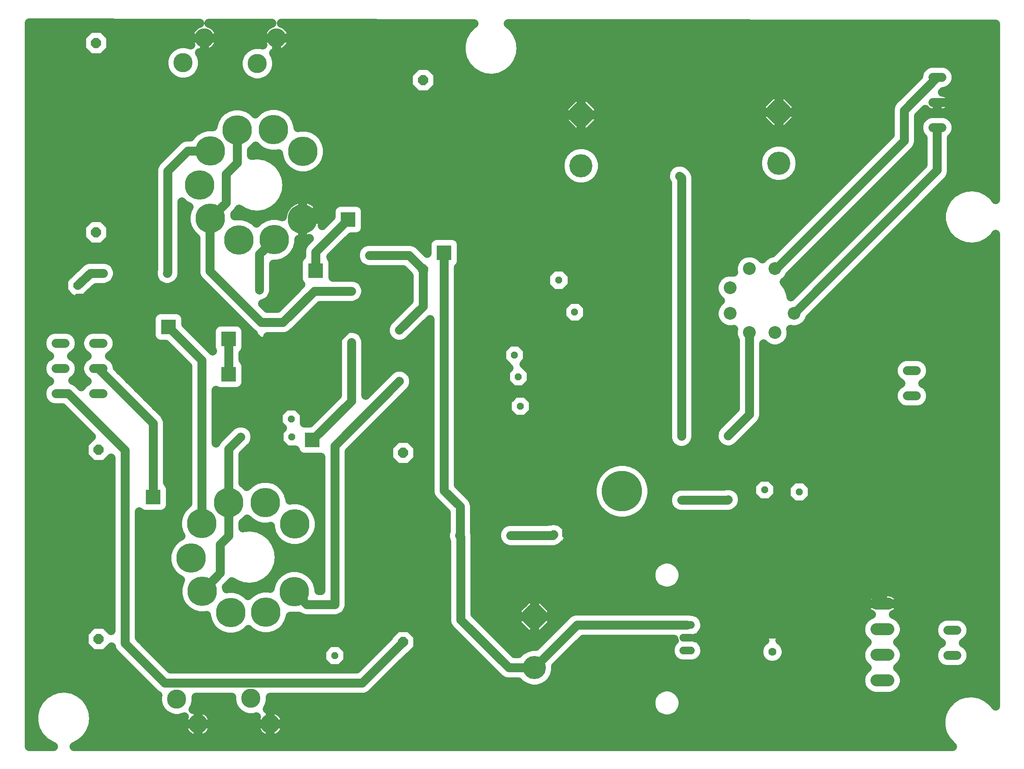
<source format=gtl>
G75*
%MOIN*%
%OFA0B0*%
%FSLAX25Y25*%
%IPPOS*%
%LPD*%
%AMOC8*
5,1,8,0,0,1.08239X$1,22.5*
%
%ADD10C,0.07050*%
%ADD11C,0.09450*%
%ADD12C,0.18100*%
%ADD13OC8,0.18100*%
%ADD14OC8,0.05600*%
%ADD15OC8,0.06300*%
%ADD16C,0.06300*%
%ADD17OC8,0.07800*%
%ADD18C,0.06000*%
%ADD19OC8,0.06600*%
%ADD20OC8,0.05200*%
%ADD21C,0.07087*%
%ADD22C,0.10000*%
%ADD23C,0.23000*%
%ADD24C,0.15000*%
%ADD25C,0.31496*%
%ADD26C,0.07000*%
%ADD27R,0.11811X0.11811*%
D10*
X0865647Y0310813D02*
X0872697Y0310813D01*
X0872697Y0330498D02*
X0865647Y0330498D01*
X0885568Y0520471D02*
X0892618Y0520471D01*
X0892618Y0540156D02*
X0885568Y0540156D01*
X0885568Y0559841D02*
X0892618Y0559841D01*
X0897147Y0127498D02*
X0904197Y0127498D01*
X0904197Y0107813D02*
X0897147Y0107813D01*
D11*
X0850897Y0108156D02*
X0841447Y0108156D01*
X0841447Y0128156D02*
X0850897Y0128156D01*
X0850897Y0148156D02*
X0841447Y0148156D01*
X0841447Y0088156D02*
X0850897Y0088156D01*
D12*
X0574172Y0098156D03*
X0610672Y0490656D03*
X0765172Y0492656D03*
D13*
X0765172Y0532656D03*
X0610672Y0530656D03*
X0574172Y0138156D03*
D14*
X0593172Y0401156D03*
X0593172Y0431156D03*
D15*
X0760172Y0124656D03*
D16*
X0760172Y0110656D03*
D17*
X0471672Y0118156D03*
X0471672Y0266156D03*
X0487172Y0409656D03*
X0487172Y0557656D03*
X0231672Y0586656D03*
X0231672Y0438656D03*
X0233672Y0268656D03*
X0233672Y0120656D03*
D18*
X0690672Y0121656D02*
X0696672Y0121656D01*
X0696672Y0111656D02*
X0690672Y0111656D01*
X0690672Y0131656D02*
X0696672Y0131656D01*
D19*
X0599172Y0202156D03*
X0589172Y0202156D03*
X0217172Y0387156D03*
X0217172Y0397156D03*
D20*
X0237172Y0406656D03*
X0287172Y0406656D03*
X0359172Y0393656D03*
X0359172Y0353656D03*
X0384172Y0332656D03*
X0431172Y0352656D03*
X0468672Y0362156D03*
X0445172Y0380656D03*
X0431172Y0392656D03*
X0445172Y0420656D03*
X0558672Y0342656D03*
X0561672Y0325656D03*
X0563172Y0302656D03*
X0603172Y0302656D03*
X0601672Y0325656D03*
X0598672Y0342656D03*
X0605672Y0376156D03*
X0655672Y0376156D03*
X0689172Y0279156D03*
X0725672Y0279656D03*
X0754172Y0237156D03*
X0781172Y0235656D03*
X0781172Y0195656D03*
X0754172Y0197156D03*
X0725672Y0229656D03*
X0689172Y0229156D03*
X0555672Y0201656D03*
X0515672Y0201656D03*
X0418172Y0147656D03*
X0418172Y0107656D03*
X0384672Y0278656D03*
X0384172Y0292656D03*
X0344672Y0278656D03*
X0468672Y0322156D03*
X0687672Y0482656D03*
X0687672Y0532656D03*
D21*
X0236833Y0351841D02*
X0229746Y0351841D01*
X0229746Y0332156D02*
X0236833Y0332156D01*
X0236833Y0312471D02*
X0229746Y0312471D01*
X0207306Y0312471D02*
X0200219Y0312471D01*
X0200219Y0332156D02*
X0207306Y0332156D01*
X0207306Y0351841D02*
X0200219Y0351841D01*
D22*
X0727172Y0375156D03*
X0727172Y0395156D03*
X0742172Y0410156D03*
X0762172Y0410156D03*
X0777172Y0375156D03*
X0762172Y0360156D03*
X0742172Y0360156D03*
D23*
X0393077Y0448931D03*
X0370782Y0432950D03*
X0343359Y0432601D03*
X0321021Y0449492D03*
X0312551Y0475470D03*
X0320797Y0502283D03*
X0341833Y0518505D03*
X0370301Y0518808D03*
X0393297Y0501964D03*
X0363801Y0227308D03*
X0335333Y0227005D03*
X0314297Y0210783D03*
X0306051Y0183970D03*
X0314521Y0157992D03*
X0336859Y0141101D03*
X0364282Y0141450D03*
X0386577Y0157431D03*
X0386797Y0210464D03*
D24*
X0352672Y0074156D03*
X0367672Y0054156D03*
X0311172Y0054156D03*
X0294672Y0073656D03*
X0299672Y0571156D03*
X0316172Y0590656D03*
X0357672Y0570656D03*
X0372672Y0590656D03*
D25*
X0642672Y0236156D03*
D26*
X0179172Y0036656D02*
X0179172Y0602347D01*
X0312754Y0602174D01*
X0311572Y0601760D01*
X0310358Y0601175D01*
X0309217Y0600458D01*
X0308163Y0599618D01*
X0307210Y0598665D01*
X0306370Y0597611D01*
X0305652Y0596470D01*
X0305068Y0595255D01*
X0304622Y0593983D01*
X0304323Y0592669D01*
X0304172Y0591330D01*
X0304172Y0590656D01*
X0316172Y0590656D01*
X0328172Y0590656D01*
X0328172Y0591330D01*
X0328021Y0592669D01*
X0327721Y0593983D01*
X0327276Y0595255D01*
X0326691Y0596470D01*
X0325974Y0597611D01*
X0325133Y0598665D01*
X0324180Y0599618D01*
X0323127Y0600458D01*
X0321985Y0601175D01*
X0320771Y0601760D01*
X0319614Y0602165D01*
X0369046Y0602101D01*
X0368072Y0601760D01*
X0366858Y0601175D01*
X0365717Y0600458D01*
X0364663Y0599618D01*
X0363710Y0598665D01*
X0362870Y0597611D01*
X0362152Y0596470D01*
X0361568Y0595255D01*
X0361122Y0593983D01*
X0360823Y0592669D01*
X0360672Y0591330D01*
X0360672Y0590656D01*
X0372672Y0590656D01*
X0384672Y0590656D01*
X0384672Y0591330D01*
X0384521Y0592669D01*
X0384221Y0593983D01*
X0383776Y0595255D01*
X0383191Y0596470D01*
X0382474Y0597611D01*
X0381633Y0598665D01*
X0380680Y0599618D01*
X0379627Y0600458D01*
X0378485Y0601175D01*
X0377271Y0601760D01*
X0376325Y0602091D01*
X0526977Y0601896D01*
X0525192Y0600763D01*
X0521160Y0596469D01*
X0518322Y0591307D01*
X0518322Y0591307D01*
X0516857Y0585601D01*
X0516857Y0579711D01*
X0518322Y0574005D01*
X0521160Y0568843D01*
X0525192Y0564549D01*
X0530166Y0561392D01*
X0535768Y0559572D01*
X0541647Y0559202D01*
X0547434Y0560306D01*
X0552764Y0562814D01*
X0557302Y0566569D01*
X0557302Y0566569D01*
X0560765Y0571335D01*
X0562933Y0576812D01*
X0563672Y0582656D01*
X0562933Y0588500D01*
X0560765Y0593977D01*
X0560765Y0593977D01*
X0557302Y0598743D01*
X0553533Y0601861D01*
X0934593Y0601366D01*
X0934593Y0464278D01*
X0932802Y0466743D01*
X0928264Y0470498D01*
X0928264Y0470498D01*
X0922934Y0473006D01*
X0922934Y0473006D01*
X0917147Y0474110D01*
X0911268Y0473740D01*
X0905666Y0471919D01*
X0900692Y0468763D01*
X0896660Y0464469D01*
X0893822Y0459307D01*
X0892357Y0453601D01*
X0892357Y0447711D01*
X0893822Y0442005D01*
X0896660Y0436843D01*
X0900692Y0432549D01*
X0900692Y0432549D01*
X0905666Y0429392D01*
X0911268Y0427572D01*
X0911268Y0427572D01*
X0917147Y0427202D01*
X0917147Y0427202D01*
X0922934Y0428306D01*
X0928264Y0430814D01*
X0932802Y0434569D01*
X0932802Y0434569D01*
X0934593Y0437033D01*
X0934593Y0068090D01*
X0932302Y0071243D01*
X0927764Y0074998D01*
X0927764Y0074998D01*
X0922434Y0077506D01*
X0922434Y0077506D01*
X0916647Y0078610D01*
X0910768Y0078240D01*
X0905166Y0076419D01*
X0900192Y0073263D01*
X0896160Y0068969D01*
X0893322Y0063807D01*
X0893322Y0063807D01*
X0891857Y0058101D01*
X0891857Y0052211D01*
X0893322Y0046505D01*
X0896160Y0041343D01*
X0900192Y0037049D01*
X0900192Y0037049D01*
X0900811Y0036656D01*
X0214177Y0036656D01*
X0218764Y0038814D01*
X0223302Y0042569D01*
X0226765Y0047335D01*
X0228933Y0052812D01*
X0229672Y0058656D01*
X0228933Y0064500D01*
X0226765Y0069977D01*
X0226765Y0069977D01*
X0223302Y0074743D01*
X0218764Y0078498D01*
X0218764Y0078498D01*
X0213434Y0081006D01*
X0213434Y0081006D01*
X0207647Y0082110D01*
X0201768Y0081740D01*
X0196166Y0079919D01*
X0191192Y0076763D01*
X0187160Y0072469D01*
X0184322Y0067307D01*
X0184322Y0067307D01*
X0182857Y0061601D01*
X0182857Y0055711D01*
X0184322Y0050005D01*
X0187160Y0044843D01*
X0191192Y0040549D01*
X0191192Y0040549D01*
X0196166Y0037392D01*
X0198433Y0036656D01*
X0179172Y0036656D01*
X0179172Y0043653D02*
X0188277Y0043653D01*
X0187160Y0044843D02*
X0187160Y0044843D01*
X0184322Y0050005D02*
X0184322Y0050005D01*
X0184156Y0050651D02*
X0179172Y0050651D01*
X0179172Y0057650D02*
X0182857Y0057650D01*
X0183639Y0064648D02*
X0179172Y0064648D01*
X0179172Y0071647D02*
X0186708Y0071647D01*
X0187160Y0072469D02*
X0187160Y0072469D01*
X0191192Y0076763D02*
X0191192Y0076763D01*
X0194159Y0078645D02*
X0179172Y0078645D01*
X0179172Y0085644D02*
X0270127Y0085644D01*
X0276369Y0079402D02*
X0278417Y0077354D01*
X0279903Y0076496D01*
X0279672Y0075631D01*
X0279672Y0071681D01*
X0280694Y0067866D01*
X0282669Y0064446D01*
X0285461Y0061653D01*
X0288882Y0059678D01*
X0292697Y0058656D01*
X0296646Y0058656D01*
X0300461Y0059678D01*
X0300532Y0059719D01*
X0300068Y0058755D01*
X0299622Y0057483D01*
X0299323Y0056169D01*
X0299172Y0054830D01*
X0299172Y0054156D01*
X0311172Y0054156D01*
X0323172Y0054156D01*
X0323172Y0054830D01*
X0323021Y0056169D01*
X0322721Y0057483D01*
X0322276Y0058755D01*
X0321691Y0059970D01*
X0320974Y0061111D01*
X0320133Y0062165D01*
X0319180Y0063118D01*
X0318127Y0063958D01*
X0316985Y0064675D01*
X0315771Y0065260D01*
X0314499Y0065705D01*
X0313185Y0066005D01*
X0311846Y0066156D01*
X0311172Y0066156D01*
X0311172Y0054156D01*
X0311172Y0054156D01*
X0323172Y0054156D01*
X0323172Y0053482D01*
X0323021Y0052143D01*
X0322721Y0050829D01*
X0322276Y0049556D01*
X0321691Y0048342D01*
X0320974Y0047201D01*
X0320133Y0046147D01*
X0319180Y0045194D01*
X0318127Y0044354D01*
X0316985Y0043637D01*
X0315771Y0043052D01*
X0314499Y0042607D01*
X0313185Y0042307D01*
X0311846Y0042156D01*
X0311172Y0042156D01*
X0311172Y0054156D01*
X0311172Y0054156D01*
X0311172Y0054156D01*
X0311172Y0066156D01*
X0310498Y0066156D01*
X0309158Y0066005D01*
X0307844Y0065705D01*
X0307290Y0065511D01*
X0308649Y0067866D01*
X0309672Y0071681D01*
X0309672Y0075156D01*
X0337672Y0075156D01*
X0337672Y0072181D01*
X0338694Y0068366D01*
X0340669Y0064946D01*
X0343461Y0062153D01*
X0346882Y0060178D01*
X0350697Y0059156D01*
X0354646Y0059156D01*
X0357074Y0059806D01*
X0356568Y0058755D01*
X0356122Y0057483D01*
X0355823Y0056169D01*
X0355672Y0054830D01*
X0355672Y0054156D01*
X0367672Y0054156D01*
X0379672Y0054156D01*
X0379672Y0054830D01*
X0379521Y0056169D01*
X0379221Y0057483D01*
X0378776Y0058755D01*
X0378191Y0059970D01*
X0377474Y0061111D01*
X0376633Y0062165D01*
X0375680Y0063118D01*
X0374627Y0063958D01*
X0373485Y0064675D01*
X0372271Y0065260D01*
X0370999Y0065705D01*
X0369685Y0066005D01*
X0368346Y0066156D01*
X0367672Y0066156D01*
X0367672Y0054156D01*
X0367672Y0054156D01*
X0379672Y0054156D01*
X0379672Y0053482D01*
X0379521Y0052143D01*
X0379221Y0050829D01*
X0378776Y0049556D01*
X0378191Y0048342D01*
X0377474Y0047201D01*
X0376633Y0046147D01*
X0375680Y0045194D01*
X0374627Y0044354D01*
X0373485Y0043637D01*
X0372271Y0043052D01*
X0370999Y0042607D01*
X0369685Y0042307D01*
X0368346Y0042156D01*
X0367672Y0042156D01*
X0367672Y0054156D01*
X0367672Y0054156D01*
X0367672Y0054156D01*
X0367672Y0066156D01*
X0366998Y0066156D01*
X0365658Y0066005D01*
X0365230Y0065907D01*
X0366649Y0068366D01*
X0367672Y0072181D01*
X0367672Y0075156D01*
X0441120Y0075156D01*
X0443917Y0075906D01*
X0446426Y0077354D01*
X0475828Y0106756D01*
X0476394Y0106756D01*
X0483072Y0113434D01*
X0483072Y0122878D01*
X0476394Y0129556D01*
X0466950Y0129556D01*
X0460272Y0122878D01*
X0460272Y0122312D01*
X0435115Y0097156D01*
X0289728Y0097156D01*
X0265172Y0121712D01*
X0265172Y0220238D01*
X0266018Y0219392D01*
X0268774Y0218250D01*
X0283569Y0218250D01*
X0286326Y0219392D01*
X0288435Y0221502D01*
X0289577Y0224259D01*
X0289577Y0239053D01*
X0288435Y0241810D01*
X0287172Y0243074D01*
X0287172Y0290722D01*
X0286422Y0293520D01*
X0284974Y0296028D01*
X0247876Y0333126D01*
X0247876Y0333610D01*
X0247124Y0336418D01*
X0245670Y0338937D01*
X0243614Y0340993D01*
X0241872Y0341998D01*
X0243614Y0343004D01*
X0245670Y0345060D01*
X0247124Y0347578D01*
X0247876Y0350387D01*
X0247876Y0353295D01*
X0247124Y0356103D01*
X0245670Y0358622D01*
X0243614Y0360678D01*
X0241096Y0362132D01*
X0238287Y0362884D01*
X0228293Y0362884D01*
X0225484Y0362132D01*
X0222966Y0360678D01*
X0220910Y0358622D01*
X0219456Y0356103D01*
X0218703Y0353295D01*
X0218703Y0350387D01*
X0219456Y0347578D01*
X0220910Y0345060D01*
X0222966Y0343004D01*
X0224708Y0341998D01*
X0222966Y0340993D01*
X0220910Y0338937D01*
X0219456Y0336418D01*
X0218703Y0333610D01*
X0218703Y0330702D01*
X0219456Y0327893D01*
X0220910Y0325375D01*
X0222966Y0323319D01*
X0224708Y0322313D01*
X0222966Y0321308D01*
X0220910Y0319252D01*
X0220076Y0317808D01*
X0216611Y0321273D01*
X0214103Y0322721D01*
X0213384Y0322914D01*
X0214086Y0323319D01*
X0216142Y0325375D01*
X0217596Y0327893D01*
X0218349Y0330702D01*
X0218349Y0333610D01*
X0217596Y0336418D01*
X0216142Y0338937D01*
X0214086Y0340993D01*
X0212344Y0341998D01*
X0214086Y0343004D01*
X0216142Y0345060D01*
X0217596Y0347578D01*
X0218349Y0350387D01*
X0218349Y0353295D01*
X0217596Y0356103D01*
X0216142Y0358622D01*
X0214086Y0360678D01*
X0211568Y0362132D01*
X0208759Y0362884D01*
X0198765Y0362884D01*
X0195956Y0362132D01*
X0193438Y0360678D01*
X0191382Y0358622D01*
X0189928Y0356103D01*
X0189176Y0353295D01*
X0189176Y0350387D01*
X0189928Y0347578D01*
X0191382Y0345060D01*
X0193438Y0343004D01*
X0195180Y0341998D01*
X0193438Y0340993D01*
X0191382Y0338937D01*
X0189928Y0336418D01*
X0189176Y0333610D01*
X0189176Y0330702D01*
X0189928Y0327893D01*
X0191382Y0325375D01*
X0193438Y0323319D01*
X0195180Y0322313D01*
X0193438Y0321308D01*
X0191382Y0319252D01*
X0189928Y0316733D01*
X0189176Y0313925D01*
X0189176Y0311017D01*
X0189928Y0308208D01*
X0191382Y0305690D01*
X0193438Y0303634D01*
X0195956Y0302180D01*
X0198765Y0301428D01*
X0205344Y0301428D01*
X0227832Y0278939D01*
X0222272Y0273378D01*
X0222272Y0263934D01*
X0228950Y0257256D01*
X0238394Y0257256D01*
X0243172Y0262034D01*
X0243172Y0127278D01*
X0238394Y0132056D01*
X0228950Y0132056D01*
X0222272Y0125378D01*
X0222272Y0115934D01*
X0228950Y0109256D01*
X0238394Y0109256D01*
X0243525Y0114388D01*
X0243921Y0112910D01*
X0245369Y0110402D01*
X0276369Y0079402D01*
X0277126Y0078645D02*
X0218449Y0078645D01*
X0223302Y0074743D02*
X0223302Y0074743D01*
X0223302Y0074743D01*
X0225552Y0071647D02*
X0279681Y0071647D01*
X0282552Y0064648D02*
X0228875Y0064648D01*
X0228933Y0064500D02*
X0228933Y0064500D01*
X0229545Y0057650D02*
X0299681Y0057650D01*
X0299172Y0054156D02*
X0299172Y0053482D01*
X0299323Y0052143D01*
X0299622Y0050829D01*
X0300068Y0049556D01*
X0300652Y0048342D01*
X0301370Y0047201D01*
X0302210Y0046147D01*
X0303163Y0045194D01*
X0304217Y0044354D01*
X0305358Y0043637D01*
X0306572Y0043052D01*
X0307844Y0042607D01*
X0309158Y0042307D01*
X0310498Y0042156D01*
X0311172Y0042156D01*
X0311172Y0054156D01*
X0311172Y0054156D01*
X0299172Y0054156D01*
X0299684Y0050651D02*
X0228078Y0050651D01*
X0228933Y0052812D02*
X0228933Y0052812D01*
X0226765Y0047335D02*
X0226765Y0047335D01*
X0224090Y0043653D02*
X0305332Y0043653D01*
X0311172Y0043653D02*
X0311172Y0043653D01*
X0317011Y0043653D02*
X0361832Y0043653D01*
X0361858Y0043637D02*
X0363072Y0043052D01*
X0364344Y0042607D01*
X0365658Y0042307D01*
X0366998Y0042156D01*
X0367672Y0042156D01*
X0367672Y0054156D01*
X0367672Y0054156D01*
X0355672Y0054156D01*
X0355672Y0053482D01*
X0355823Y0052143D01*
X0356122Y0050829D01*
X0356568Y0049556D01*
X0357152Y0048342D01*
X0357870Y0047201D01*
X0358710Y0046147D01*
X0359663Y0045194D01*
X0360717Y0044354D01*
X0361858Y0043637D01*
X0367672Y0043653D02*
X0367672Y0043653D01*
X0373511Y0043653D02*
X0894890Y0043653D01*
X0896160Y0041343D02*
X0896160Y0041343D01*
X0893322Y0046505D02*
X0893322Y0046505D01*
X0892257Y0050651D02*
X0379159Y0050651D01*
X0379162Y0057650D02*
X0891857Y0057650D01*
X0893785Y0064648D02*
X0688637Y0064648D01*
X0689320Y0065831D02*
X0690172Y0069010D01*
X0690172Y0072302D01*
X0689320Y0075481D01*
X0687674Y0078331D01*
X0685347Y0080658D01*
X0682496Y0082304D01*
X0679317Y0083156D01*
X0676026Y0083156D01*
X0672847Y0082304D01*
X0669996Y0080658D01*
X0667669Y0078331D01*
X0666024Y0075481D01*
X0665172Y0072302D01*
X0665172Y0069010D01*
X0666024Y0065831D01*
X0667669Y0062981D01*
X0669996Y0060653D01*
X0672847Y0059008D01*
X0676026Y0058156D01*
X0679317Y0058156D01*
X0682496Y0059008D01*
X0685347Y0060653D01*
X0687674Y0062981D01*
X0689320Y0065831D01*
X0690172Y0071647D02*
X0898675Y0071647D01*
X0900192Y0073263D02*
X0900192Y0073263D01*
X0896160Y0068969D02*
X0896160Y0068969D01*
X0905166Y0076419D02*
X0905166Y0076419D01*
X0910768Y0078240D02*
X0910768Y0078240D01*
X0916647Y0078610D02*
X0916647Y0078610D01*
X0931814Y0071647D02*
X0934593Y0071647D01*
X0932302Y0071243D02*
X0932302Y0071243D01*
X0934593Y0078645D02*
X0858675Y0078645D01*
X0858403Y0078373D02*
X0860679Y0080650D01*
X0862289Y0083437D01*
X0863122Y0086546D01*
X0863122Y0089765D01*
X0862289Y0092875D01*
X0860679Y0095662D01*
X0858403Y0097938D01*
X0858026Y0098156D01*
X0858403Y0098373D01*
X0860679Y0100650D01*
X0862289Y0103437D01*
X0863122Y0106546D01*
X0863122Y0109765D01*
X0862289Y0112875D01*
X0860679Y0115662D01*
X0858403Y0117938D01*
X0858026Y0118156D01*
X0858403Y0118373D01*
X0860679Y0120650D01*
X0862289Y0123437D01*
X0863122Y0126546D01*
X0863122Y0129765D01*
X0862289Y0132875D01*
X0860679Y0135662D01*
X0858403Y0137938D01*
X0855615Y0139548D01*
X0854759Y0139777D01*
X0855366Y0140069D01*
X0856243Y0140620D01*
X0857053Y0141267D01*
X0857786Y0141999D01*
X0858432Y0142809D01*
X0858983Y0143687D01*
X0859433Y0144620D01*
X0859775Y0145598D01*
X0860006Y0146608D01*
X0860122Y0147638D01*
X0860122Y0148156D01*
X0860122Y0148674D01*
X0860006Y0149704D01*
X0859775Y0150714D01*
X0859433Y0151692D01*
X0858983Y0152625D01*
X0858432Y0153503D01*
X0857786Y0154313D01*
X0857053Y0155045D01*
X0856243Y0155691D01*
X0855366Y0156243D01*
X0854432Y0156692D01*
X0853454Y0157034D01*
X0852444Y0157265D01*
X0851415Y0157381D01*
X0846172Y0157381D01*
X0846172Y0148156D01*
X0860122Y0148156D01*
X0846172Y0148156D01*
X0846172Y0148156D01*
X0846172Y0148156D01*
X0798672Y0195656D01*
X0781172Y0195656D01*
X0788272Y0195656D01*
X0788272Y0198597D01*
X0784113Y0202756D01*
X0781172Y0202756D01*
X0781172Y0195656D01*
X0781172Y0195656D01*
X0788272Y0195656D01*
X0788272Y0192715D01*
X0784113Y0188556D01*
X0781172Y0188556D01*
X0781172Y0195656D01*
X0781172Y0195656D01*
X0779672Y0197156D01*
X0754172Y0197156D01*
X0761272Y0197156D01*
X0761272Y0200097D01*
X0757113Y0204256D01*
X0754172Y0204256D01*
X0754172Y0197156D01*
X0754172Y0197156D01*
X0761272Y0197156D01*
X0761272Y0194215D01*
X0757113Y0190056D01*
X0754172Y0190056D01*
X0754172Y0197156D01*
X0754172Y0197156D01*
X0760172Y0191156D01*
X0760172Y0124656D01*
X0767822Y0124656D01*
X0767822Y0127825D01*
X0763340Y0132306D01*
X0760172Y0132306D01*
X0760172Y0124656D01*
X0760172Y0124656D01*
X0767822Y0124656D01*
X0767822Y0121487D01*
X0765951Y0119617D01*
X0766711Y0119178D01*
X0768694Y0117195D01*
X0770096Y0114767D01*
X0770822Y0112058D01*
X0770822Y0109254D01*
X0770096Y0106545D01*
X0768694Y0104117D01*
X0766711Y0102134D01*
X0764282Y0100732D01*
X0761574Y0100006D01*
X0758770Y0100006D01*
X0756061Y0100732D01*
X0753632Y0102134D01*
X0751650Y0104117D01*
X0750247Y0106545D01*
X0749522Y0109254D01*
X0749522Y0112058D01*
X0750247Y0114767D01*
X0751650Y0117195D01*
X0753632Y0119178D01*
X0754392Y0119617D01*
X0752522Y0121487D01*
X0752522Y0124656D01*
X0760172Y0124656D01*
X0760172Y0124656D01*
X0760172Y0132306D01*
X0757003Y0132306D01*
X0752522Y0127825D01*
X0752522Y0124656D01*
X0760172Y0124656D01*
X0760172Y0124656D01*
X0760172Y0127635D02*
X0760172Y0127635D01*
X0767822Y0127635D02*
X0829222Y0127635D01*
X0829222Y0126546D02*
X0830055Y0123437D01*
X0831664Y0120650D01*
X0833940Y0118373D01*
X0834317Y0118156D01*
X0833940Y0117938D01*
X0831664Y0115662D01*
X0830055Y0112875D01*
X0829222Y0109765D01*
X0829222Y0106546D01*
X0830055Y0103437D01*
X0831664Y0100650D01*
X0833940Y0098373D01*
X0834317Y0098156D01*
X0833940Y0097938D01*
X0831664Y0095662D01*
X0830055Y0092875D01*
X0829222Y0089765D01*
X0829222Y0086546D01*
X0830055Y0083437D01*
X0831664Y0080650D01*
X0833940Y0078373D01*
X0836728Y0076764D01*
X0839837Y0075931D01*
X0852506Y0075931D01*
X0855615Y0076764D01*
X0858403Y0078373D01*
X0862880Y0085644D02*
X0934593Y0085644D01*
X0934593Y0092643D02*
X0862351Y0092643D01*
X0859671Y0099641D02*
X0889727Y0099641D01*
X0890377Y0098991D02*
X0888324Y0101044D01*
X0886873Y0103558D01*
X0886122Y0106362D01*
X0886122Y0109265D01*
X0886873Y0112069D01*
X0888324Y0114583D01*
X0890377Y0116636D01*
X0892144Y0117656D01*
X0890377Y0118676D01*
X0888324Y0120729D01*
X0886873Y0123243D01*
X0886122Y0126047D01*
X0886122Y0128950D01*
X0886873Y0131754D01*
X0888324Y0134268D01*
X0890377Y0136321D01*
X0892891Y0137772D01*
X0895695Y0138523D01*
X0905648Y0138523D01*
X0908452Y0137772D01*
X0910966Y0136321D01*
X0913019Y0134268D01*
X0914470Y0131754D01*
X0915222Y0128950D01*
X0915222Y0126047D01*
X0914470Y0123243D01*
X0913019Y0120729D01*
X0910966Y0118676D01*
X0909199Y0117656D01*
X0910966Y0116636D01*
X0913019Y0114583D01*
X0914470Y0112069D01*
X0915222Y0109265D01*
X0915222Y0106362D01*
X0914470Y0103558D01*
X0913019Y0101044D01*
X0910966Y0098991D01*
X0908452Y0097540D01*
X0905648Y0096788D01*
X0895695Y0096788D01*
X0892891Y0097540D01*
X0890377Y0098991D01*
X0886122Y0106640D02*
X0863122Y0106640D01*
X0861848Y0113638D02*
X0887779Y0113638D01*
X0888417Y0120637D02*
X0860666Y0120637D01*
X0863122Y0127635D02*
X0886122Y0127635D01*
X0888690Y0134634D02*
X0861273Y0134634D01*
X0857419Y0141632D02*
X0934593Y0141632D01*
X0934593Y0134634D02*
X0912653Y0134634D01*
X0915222Y0127635D02*
X0934593Y0127635D01*
X0934593Y0120637D02*
X0912926Y0120637D01*
X0913564Y0113638D02*
X0934593Y0113638D01*
X0934593Y0106640D02*
X0915222Y0106640D01*
X0911616Y0099641D02*
X0934593Y0099641D01*
X0934593Y0148631D02*
X0860122Y0148631D01*
X0856321Y0155629D02*
X0934593Y0155629D01*
X0934593Y0162628D02*
X0687321Y0162628D01*
X0687674Y0162981D02*
X0689320Y0165831D01*
X0690172Y0169010D01*
X0690172Y0172302D01*
X0689320Y0175481D01*
X0687674Y0178331D01*
X0685347Y0180658D01*
X0682496Y0182304D01*
X0679317Y0183156D01*
X0676026Y0183156D01*
X0672847Y0182304D01*
X0669996Y0180658D01*
X0667669Y0178331D01*
X0666024Y0175481D01*
X0665172Y0172302D01*
X0665172Y0169010D01*
X0666024Y0165831D01*
X0667669Y0162981D01*
X0669996Y0160653D01*
X0672847Y0159008D01*
X0676026Y0158156D01*
X0679317Y0158156D01*
X0682496Y0159008D01*
X0685347Y0160653D01*
X0687674Y0162981D01*
X0690172Y0169626D02*
X0934593Y0169626D01*
X0934593Y0176625D02*
X0688659Y0176625D01*
X0666684Y0176625D02*
X0527672Y0176625D01*
X0527672Y0183623D02*
X0934593Y0183623D01*
X0934593Y0190622D02*
X0786178Y0190622D01*
X0781172Y0190622D02*
X0781172Y0190622D01*
X0781172Y0188556D02*
X0781172Y0195656D01*
X0781172Y0195656D01*
X0781172Y0202756D01*
X0778231Y0202756D01*
X0774072Y0198597D01*
X0774072Y0195656D01*
X0781172Y0195656D01*
X0781172Y0195656D01*
X0774072Y0195656D01*
X0774072Y0192715D01*
X0778231Y0188556D01*
X0781172Y0188556D01*
X0776165Y0190622D02*
X0757678Y0190622D01*
X0754172Y0190622D02*
X0754172Y0190622D01*
X0754172Y0190056D02*
X0754172Y0197156D01*
X0754172Y0197156D01*
X0754172Y0204256D01*
X0751231Y0204256D01*
X0747072Y0200097D01*
X0747072Y0197156D01*
X0754172Y0197156D01*
X0754172Y0197156D01*
X0747072Y0197156D01*
X0747072Y0194215D01*
X0751231Y0190056D01*
X0754172Y0190056D01*
X0750665Y0190622D02*
X0527672Y0190622D01*
X0527672Y0197620D02*
X0545365Y0197620D01*
X0545421Y0197410D02*
X0546869Y0194902D01*
X0548917Y0192854D01*
X0551426Y0191406D01*
X0554223Y0190656D01*
X0590120Y0190656D01*
X0592732Y0191356D01*
X0593645Y0191356D01*
X0594757Y0192467D01*
X0595426Y0192854D01*
X0596928Y0194356D01*
X0599172Y0194356D01*
X0602403Y0194356D01*
X0606972Y0198925D01*
X0606972Y0202156D01*
X0606972Y0205387D01*
X0602403Y0209956D01*
X0599172Y0209956D01*
X0599172Y0207429D01*
X0599172Y0207429D01*
X0599172Y0209956D01*
X0596928Y0209956D01*
X0595926Y0210958D01*
X0595257Y0211344D01*
X0593645Y0212956D01*
X0591366Y0212956D01*
X0590620Y0213156D01*
X0587723Y0213156D01*
X0586977Y0212956D01*
X0584698Y0212956D01*
X0584398Y0212656D01*
X0554223Y0212656D01*
X0551426Y0211906D01*
X0548917Y0210458D01*
X0546869Y0208410D01*
X0545421Y0205902D01*
X0544672Y0203104D01*
X0544672Y0200208D01*
X0545421Y0197410D01*
X0545077Y0204619D02*
X0527172Y0204619D01*
X0527172Y0203970D02*
X0527172Y0225604D01*
X0526422Y0228402D01*
X0524974Y0230910D01*
X0522926Y0232958D01*
X0514672Y0241212D01*
X0514672Y0411238D01*
X0515935Y0412502D01*
X0517077Y0415259D01*
X0517077Y0430053D01*
X0515935Y0432810D01*
X0513826Y0434920D01*
X0511069Y0436061D01*
X0496274Y0436061D01*
X0493518Y0434920D01*
X0491408Y0432810D01*
X0490266Y0430053D01*
X0490266Y0422118D01*
X0482926Y0429458D01*
X0480417Y0430906D01*
X0477620Y0431656D01*
X0443723Y0431656D01*
X0440926Y0430906D01*
X0438417Y0429458D01*
X0436369Y0427410D01*
X0434921Y0424902D01*
X0434172Y0422104D01*
X0434172Y0419208D01*
X0434921Y0416410D01*
X0436369Y0413902D01*
X0438417Y0411854D01*
X0440926Y0410406D01*
X0443723Y0409656D01*
X0471615Y0409656D01*
X0475772Y0405500D01*
X0475772Y0404934D01*
X0476172Y0404534D01*
X0476172Y0385212D01*
X0459869Y0368910D01*
X0458421Y0366402D01*
X0457672Y0363604D01*
X0457672Y0360708D01*
X0458421Y0357910D01*
X0459869Y0355402D01*
X0461917Y0353354D01*
X0464426Y0351906D01*
X0467223Y0351156D01*
X0470120Y0351156D01*
X0472917Y0351906D01*
X0475426Y0353354D01*
X0492672Y0370600D01*
X0492672Y0235208D01*
X0493421Y0232410D01*
X0494869Y0229902D01*
X0505172Y0219600D01*
X0505172Y0204970D01*
X0504672Y0203104D01*
X0504672Y0200208D01*
X0505421Y0197410D01*
X0505672Y0196976D01*
X0505672Y0134208D01*
X0506421Y0131410D01*
X0507869Y0128902D01*
X0509917Y0126854D01*
X0547417Y0089354D01*
X0549926Y0087906D01*
X0552723Y0087156D01*
X0561766Y0087156D01*
X0564010Y0084913D01*
X0567784Y0082734D01*
X0571993Y0081606D01*
X0576351Y0081606D01*
X0580560Y0082734D01*
X0584334Y0084913D01*
X0587415Y0087994D01*
X0589594Y0091768D01*
X0590722Y0095977D01*
X0590722Y0099150D01*
X0612228Y0120656D01*
X0683239Y0120656D01*
X0683300Y0120190D01*
X0683523Y0119357D01*
X0682270Y0118103D01*
X0680887Y0115709D01*
X0680172Y0113038D01*
X0680172Y0110274D01*
X0680887Y0107603D01*
X0682270Y0105209D01*
X0684224Y0103254D01*
X0686619Y0101871D01*
X0689289Y0101156D01*
X0698054Y0101156D01*
X0700724Y0101871D01*
X0703119Y0103254D01*
X0705074Y0105209D01*
X0706456Y0107603D01*
X0707172Y0110274D01*
X0707172Y0113038D01*
X0706456Y0115709D01*
X0705074Y0118103D01*
X0703820Y0119357D01*
X0704043Y0120190D01*
X0704172Y0121164D01*
X0704172Y0121656D01*
X0704172Y0122147D01*
X0704043Y0123122D01*
X0703820Y0123955D01*
X0705074Y0125209D01*
X0706456Y0127603D01*
X0707172Y0130274D01*
X0707172Y0133038D01*
X0706456Y0135709D01*
X0705074Y0138103D01*
X0703119Y0140058D01*
X0700724Y0141440D01*
X0698054Y0142156D01*
X0696986Y0142156D01*
X0695120Y0142656D01*
X0606223Y0142656D01*
X0603426Y0141906D01*
X0600917Y0140458D01*
X0575165Y0114706D01*
X0571993Y0114706D01*
X0567784Y0113578D01*
X0564010Y0111399D01*
X0561766Y0109156D01*
X0558728Y0109156D01*
X0527672Y0140212D01*
X0527672Y0202104D01*
X0527172Y0203970D01*
X0527172Y0211617D02*
X0550925Y0211617D01*
X0555672Y0201656D02*
X0588672Y0201656D01*
X0589172Y0202156D01*
X0599172Y0202156D02*
X0599172Y0298656D01*
X0603172Y0302656D01*
X0610272Y0302656D01*
X0610272Y0305597D01*
X0606113Y0309756D01*
X0603172Y0309756D01*
X0603172Y0302656D01*
X0603172Y0302656D01*
X0610272Y0302656D01*
X0610272Y0299715D01*
X0606113Y0295556D01*
X0603172Y0295556D01*
X0603172Y0302656D01*
X0603172Y0302656D01*
X0603172Y0324156D01*
X0601672Y0325656D01*
X0608772Y0325656D01*
X0608772Y0328597D01*
X0604613Y0332756D01*
X0601672Y0332756D01*
X0601672Y0325656D01*
X0601672Y0325656D01*
X0608772Y0325656D01*
X0608772Y0322715D01*
X0604613Y0318556D01*
X0601672Y0318556D01*
X0601672Y0325656D01*
X0601672Y0325656D01*
X0601672Y0339656D01*
X0619172Y0339656D01*
X0655672Y0376156D01*
X0662772Y0376156D01*
X0662772Y0379097D01*
X0658613Y0383256D01*
X0655672Y0383256D01*
X0655672Y0376156D01*
X0655672Y0376156D01*
X0662772Y0376156D01*
X0662772Y0373215D01*
X0658613Y0369056D01*
X0655672Y0369056D01*
X0655672Y0376156D01*
X0655672Y0376156D01*
X0648672Y0376156D01*
X0591172Y0433656D01*
X0591172Y0433156D01*
X0593172Y0431156D01*
X0600472Y0431156D01*
X0600472Y0434180D01*
X0596195Y0438456D01*
X0593172Y0438456D01*
X0593172Y0431156D01*
X0593172Y0431156D01*
X0600472Y0431156D01*
X0600472Y0428132D01*
X0596195Y0423856D01*
X0593172Y0423856D01*
X0593172Y0431156D01*
X0593172Y0431156D01*
X0593172Y0431156D01*
X0593172Y0438456D01*
X0590148Y0438456D01*
X0585872Y0434180D01*
X0585872Y0431156D01*
X0593172Y0431156D01*
X0593172Y0423856D01*
X0590148Y0423856D01*
X0585872Y0428132D01*
X0585872Y0431156D01*
X0593172Y0431156D01*
X0593172Y0431156D01*
X0593172Y0428571D02*
X0593172Y0428571D01*
X0591172Y0433656D02*
X0591172Y0521656D01*
X0600172Y0530656D01*
X0610672Y0530656D01*
X0624222Y0530656D01*
X0624222Y0536268D01*
X0616284Y0544206D01*
X0610672Y0544206D01*
X0610672Y0530656D01*
X0610672Y0530656D01*
X0624222Y0530656D01*
X0624222Y0525043D01*
X0616284Y0517106D01*
X0610672Y0517106D01*
X0610672Y0530656D01*
X0610672Y0530656D01*
X0612172Y0532156D01*
X0610672Y0533549D02*
X0610672Y0533549D01*
X0610672Y0530656D02*
X0610672Y0544206D01*
X0605059Y0544206D01*
X0597122Y0536268D01*
X0597122Y0530656D01*
X0610672Y0530656D01*
X0610672Y0530656D01*
X0610672Y0517106D01*
X0605059Y0517106D01*
X0597122Y0525043D01*
X0597122Y0530656D01*
X0610672Y0530656D01*
X0610672Y0530656D01*
X0610672Y0526550D02*
X0610672Y0526550D01*
X0610672Y0519552D02*
X0610672Y0519552D01*
X0618730Y0519552D02*
X0759113Y0519552D01*
X0759559Y0519106D02*
X0751622Y0527043D01*
X0751622Y0532656D01*
X0765172Y0532656D01*
X0778722Y0532656D01*
X0778722Y0538268D01*
X0770784Y0546206D01*
X0765172Y0546206D01*
X0765172Y0532656D01*
X0765172Y0532656D01*
X0778722Y0532656D01*
X0778722Y0527043D01*
X0770784Y0519106D01*
X0765172Y0519106D01*
X0765172Y0532656D01*
X0765172Y0532656D01*
X0765172Y0532656D01*
X0765172Y0546206D01*
X0759559Y0546206D01*
X0751622Y0538268D01*
X0751622Y0532656D01*
X0765172Y0532656D01*
X0765172Y0519106D01*
X0759559Y0519106D01*
X0765172Y0519552D02*
X0765172Y0519552D01*
X0771230Y0519552D02*
X0852172Y0519552D01*
X0852172Y0514712D02*
X0759965Y0422506D01*
X0757347Y0421804D01*
X0754496Y0420158D01*
X0752172Y0417834D01*
X0749847Y0420158D01*
X0746996Y0421804D01*
X0743817Y0422656D01*
X0740526Y0422656D01*
X0737347Y0421804D01*
X0734496Y0420158D01*
X0732169Y0417831D01*
X0730524Y0414981D01*
X0729672Y0411802D01*
X0729672Y0408510D01*
X0729984Y0407343D01*
X0728817Y0407656D01*
X0725526Y0407656D01*
X0722347Y0406804D01*
X0719496Y0405158D01*
X0717169Y0402831D01*
X0715524Y0399981D01*
X0714672Y0396802D01*
X0714672Y0393510D01*
X0715524Y0390331D01*
X0717169Y0387481D01*
X0719494Y0385156D01*
X0717169Y0382831D01*
X0715524Y0379981D01*
X0714672Y0376802D01*
X0714672Y0373510D01*
X0715524Y0370331D01*
X0717169Y0367481D01*
X0719496Y0365153D01*
X0722347Y0363508D01*
X0725526Y0362656D01*
X0728817Y0362656D01*
X0729984Y0362969D01*
X0729672Y0361802D01*
X0729672Y0358510D01*
X0730524Y0355331D01*
X0731172Y0354208D01*
X0731172Y0300712D01*
X0716869Y0286410D01*
X0715421Y0283902D01*
X0714672Y0281104D01*
X0714672Y0278208D01*
X0715421Y0275410D01*
X0716869Y0272902D01*
X0718917Y0270854D01*
X0721426Y0269406D01*
X0724223Y0268656D01*
X0727120Y0268656D01*
X0729917Y0269406D01*
X0732426Y0270854D01*
X0750974Y0289402D01*
X0752422Y0291910D01*
X0753172Y0294708D01*
X0753172Y0351478D01*
X0754496Y0350153D01*
X0757347Y0348508D01*
X0760526Y0347656D01*
X0763817Y0347656D01*
X0766996Y0348508D01*
X0769847Y0350153D01*
X0772174Y0352481D01*
X0773820Y0355331D01*
X0774672Y0358510D01*
X0774672Y0361802D01*
X0774359Y0362969D01*
X0775526Y0362656D01*
X0778817Y0362656D01*
X0781996Y0363508D01*
X0784847Y0365153D01*
X0787174Y0367481D01*
X0788820Y0370331D01*
X0789155Y0371583D01*
X0897895Y0480323D01*
X0899343Y0482831D01*
X0900093Y0485629D01*
X0900093Y0512354D01*
X0901440Y0513701D01*
X0902892Y0516215D01*
X0903643Y0519019D01*
X0903643Y0521922D01*
X0902892Y0524726D01*
X0901440Y0527240D01*
X0899387Y0529293D01*
X0896873Y0530745D01*
X0894069Y0531496D01*
X0884116Y0531496D01*
X0881312Y0530745D01*
X0878798Y0529293D01*
X0876746Y0527240D01*
X0875294Y0524726D01*
X0874543Y0521922D01*
X0874543Y0519019D01*
X0875294Y0516215D01*
X0876746Y0513701D01*
X0878093Y0512354D01*
X0878093Y0491634D01*
X0774717Y0388257D01*
X0774433Y0390500D01*
X0772265Y0395977D01*
X0772265Y0395977D01*
X0769413Y0399903D01*
X0769847Y0400153D01*
X0772174Y0402481D01*
X0773706Y0405134D01*
X0869926Y0501354D01*
X0871974Y0503402D01*
X0873422Y0505910D01*
X0874172Y0508708D01*
X0874172Y0529363D01*
X0879592Y0534783D01*
X0880265Y0534109D01*
X0881100Y0533469D01*
X0882011Y0532943D01*
X0882983Y0532540D01*
X0883999Y0532268D01*
X0885042Y0532131D01*
X0889093Y0532131D01*
X0893144Y0532131D01*
X0894187Y0532268D01*
X0895203Y0532540D01*
X0896175Y0532943D01*
X0897086Y0533469D01*
X0897921Y0534109D01*
X0898664Y0534853D01*
X0899305Y0535688D01*
X0899831Y0536599D01*
X0900233Y0537571D01*
X0900506Y0538587D01*
X0900643Y0539630D01*
X0900643Y0540156D01*
X0900643Y0540682D01*
X0900506Y0541725D01*
X0900233Y0542741D01*
X0899831Y0543713D01*
X0899305Y0544624D01*
X0898664Y0545459D01*
X0897921Y0546202D01*
X0897086Y0546843D01*
X0896175Y0547369D01*
X0895203Y0547771D01*
X0894187Y0548044D01*
X0893144Y0548181D01*
X0892989Y0548181D01*
X0893624Y0548816D01*
X0894069Y0548816D01*
X0896873Y0549567D01*
X0899387Y0551019D01*
X0901440Y0553071D01*
X0902892Y0555585D01*
X0903643Y0558389D01*
X0903643Y0561292D01*
X0902892Y0564096D01*
X0901440Y0566610D01*
X0899387Y0568663D01*
X0896873Y0570115D01*
X0894069Y0570866D01*
X0884116Y0570866D01*
X0881312Y0570115D01*
X0878798Y0568663D01*
X0876746Y0566610D01*
X0875294Y0564096D01*
X0874543Y0561292D01*
X0874543Y0560847D01*
X0854369Y0540674D01*
X0852921Y0538166D01*
X0852172Y0535368D01*
X0852172Y0514712D01*
X0850013Y0512553D02*
X0409123Y0512553D01*
X0408501Y0513631D02*
X0404963Y0517168D01*
X0400631Y0519670D01*
X0395798Y0520964D01*
X0390796Y0520964D01*
X0389301Y0520564D01*
X0389301Y0521309D01*
X0388006Y0526141D01*
X0385504Y0530474D01*
X0381967Y0534011D01*
X0377634Y0536513D01*
X0372802Y0537808D01*
X0367799Y0537808D01*
X0362967Y0536513D01*
X0358634Y0534011D01*
X0355915Y0531292D01*
X0353499Y0533709D01*
X0349167Y0536210D01*
X0344334Y0537505D01*
X0339332Y0537505D01*
X0334499Y0536210D01*
X0330167Y0533709D01*
X0326629Y0530171D01*
X0324128Y0525839D01*
X0322907Y0521283D01*
X0318296Y0521283D01*
X0313464Y0519988D01*
X0309131Y0517487D01*
X0305594Y0513949D01*
X0305209Y0513283D01*
X0301850Y0513283D01*
X0299053Y0512533D01*
X0296545Y0511085D01*
X0280917Y0495458D01*
X0278869Y0493410D01*
X0277421Y0490902D01*
X0276672Y0488104D01*
X0276672Y0409970D01*
X0276172Y0408104D01*
X0276172Y0405208D01*
X0276921Y0402410D01*
X0278369Y0399902D01*
X0280417Y0397854D01*
X0282926Y0396406D01*
X0285723Y0395656D01*
X0288620Y0395656D01*
X0291417Y0396406D01*
X0293926Y0397854D01*
X0296474Y0400402D01*
X0297922Y0402910D01*
X0298672Y0405708D01*
X0298672Y0462480D01*
X0300885Y0460266D01*
X0304198Y0458354D01*
X0303315Y0456825D01*
X0302021Y0451993D01*
X0302021Y0446990D01*
X0303315Y0442158D01*
X0305817Y0437825D01*
X0309354Y0434288D01*
X0309672Y0434105D01*
X0309672Y0406708D01*
X0310421Y0403910D01*
X0311869Y0401402D01*
X0313917Y0399354D01*
X0353917Y0359354D01*
X0354495Y0359020D01*
X0352072Y0356597D01*
X0352072Y0353656D01*
X0359172Y0353656D01*
X0366272Y0353656D01*
X0366272Y0356597D01*
X0365713Y0357156D01*
X0379120Y0357156D01*
X0381917Y0357906D01*
X0384426Y0359354D01*
X0386474Y0361402D01*
X0406728Y0381656D01*
X0432620Y0381656D01*
X0435417Y0382406D01*
X0437926Y0383854D01*
X0439974Y0385902D01*
X0441422Y0388410D01*
X0442172Y0391208D01*
X0442172Y0394104D01*
X0441422Y0396902D01*
X0439974Y0399410D01*
X0437926Y0401458D01*
X0435417Y0402906D01*
X0432620Y0403656D01*
X0416577Y0403656D01*
X0416577Y0416053D01*
X0415435Y0418810D01*
X0414909Y0419337D01*
X0430822Y0435250D01*
X0436069Y0435250D01*
X0438826Y0436392D01*
X0440935Y0438502D01*
X0442077Y0441259D01*
X0442077Y0456053D01*
X0440935Y0458810D01*
X0438826Y0460920D01*
X0436069Y0462061D01*
X0421274Y0462061D01*
X0418518Y0460920D01*
X0416408Y0458810D01*
X0415266Y0456053D01*
X0415266Y0450807D01*
X0408233Y0443773D01*
X0408617Y0445039D01*
X0408923Y0446581D01*
X0409077Y0448145D01*
X0409077Y0448931D01*
X0409077Y0449717D01*
X0408923Y0451282D01*
X0408617Y0452823D01*
X0408160Y0454328D01*
X0407559Y0455780D01*
X0406818Y0457167D01*
X0405944Y0458474D01*
X0404947Y0459689D01*
X0403835Y0460801D01*
X0402620Y0461798D01*
X0401313Y0462671D01*
X0399927Y0463412D01*
X0398474Y0464014D01*
X0396970Y0464470D01*
X0395428Y0464777D01*
X0393863Y0464931D01*
X0393077Y0464931D01*
X0392291Y0464931D01*
X0390727Y0464777D01*
X0389185Y0464470D01*
X0387681Y0464014D01*
X0386228Y0463412D01*
X0384842Y0462671D01*
X0383535Y0461798D01*
X0382319Y0460801D01*
X0381208Y0459689D01*
X0380211Y0458474D01*
X0379337Y0457167D01*
X0378596Y0455780D01*
X0377995Y0454328D01*
X0377538Y0452823D01*
X0377231Y0451282D01*
X0377194Y0450902D01*
X0373283Y0451950D01*
X0368280Y0451950D01*
X0363448Y0450655D01*
X0359115Y0448153D01*
X0356896Y0445934D01*
X0355025Y0447804D01*
X0350693Y0450306D01*
X0345860Y0451601D01*
X0340858Y0451601D01*
X0340021Y0451376D01*
X0340021Y0451993D01*
X0339821Y0452736D01*
X0341974Y0454888D01*
X0343156Y0456937D01*
X0347166Y0454392D01*
X0352768Y0452572D01*
X0358647Y0452202D01*
X0364434Y0453306D01*
X0369764Y0455814D01*
X0374302Y0459569D01*
X0374302Y0459569D01*
X0377765Y0464335D01*
X0379933Y0469812D01*
X0380672Y0475656D01*
X0379933Y0481500D01*
X0377765Y0486977D01*
X0377765Y0486977D01*
X0374302Y0491743D01*
X0369764Y0495498D01*
X0369764Y0495498D01*
X0364434Y0498006D01*
X0364434Y0498006D01*
X0358647Y0499110D01*
X0352833Y0498744D01*
X0352833Y0502916D01*
X0353499Y0503301D01*
X0356218Y0506020D01*
X0358634Y0503604D01*
X0362967Y0501102D01*
X0367799Y0499808D01*
X0372802Y0499808D01*
X0374297Y0500208D01*
X0374297Y0499463D01*
X0375592Y0494631D01*
X0378093Y0490298D01*
X0381631Y0486761D01*
X0385963Y0484259D01*
X0390796Y0482964D01*
X0395798Y0482964D01*
X0400631Y0484259D01*
X0404963Y0486761D01*
X0408501Y0490298D01*
X0411002Y0494631D01*
X0412297Y0499463D01*
X0412297Y0504466D01*
X0411002Y0509298D01*
X0408501Y0513631D01*
X0412005Y0505555D02*
X0603377Y0505555D01*
X0604284Y0506078D02*
X0600510Y0503899D01*
X0597428Y0500818D01*
X0595250Y0497044D01*
X0594122Y0492835D01*
X0594122Y0488477D01*
X0595250Y0484268D01*
X0597428Y0480494D01*
X0600510Y0477413D01*
X0604284Y0475234D01*
X0608493Y0474106D01*
X0612851Y0474106D01*
X0617060Y0475234D01*
X0620834Y0477413D01*
X0623915Y0480494D01*
X0626094Y0484268D01*
X0627222Y0488477D01*
X0627222Y0492835D01*
X0626094Y0497044D01*
X0623915Y0500818D01*
X0620834Y0503899D01*
X0617060Y0506078D01*
X0612851Y0507206D01*
X0608493Y0507206D01*
X0604284Y0506078D01*
X0596123Y0498556D02*
X0412054Y0498556D01*
X0409228Y0491558D02*
X0594122Y0491558D01*
X0595171Y0484559D02*
X0401150Y0484559D01*
X0385444Y0484559D02*
X0378722Y0484559D01*
X0379933Y0481500D02*
X0379933Y0481500D01*
X0380431Y0477561D02*
X0600362Y0477561D01*
X0620982Y0477561D02*
X0677912Y0477561D01*
X0678172Y0477110D02*
X0677421Y0478410D01*
X0676672Y0481208D01*
X0676672Y0484104D01*
X0677421Y0486902D01*
X0678869Y0489410D01*
X0680917Y0491458D01*
X0683426Y0492906D01*
X0686223Y0493656D01*
X0689120Y0493656D01*
X0691917Y0492906D01*
X0694426Y0491458D01*
X0697974Y0487910D01*
X0699422Y0485402D01*
X0700172Y0482604D01*
X0700172Y0277708D01*
X0699422Y0274910D01*
X0697974Y0272402D01*
X0695926Y0270354D01*
X0693417Y0268906D01*
X0690620Y0268156D01*
X0687723Y0268156D01*
X0684926Y0268906D01*
X0682417Y0270354D01*
X0680369Y0272402D01*
X0678921Y0274910D01*
X0678172Y0277708D01*
X0678172Y0477110D01*
X0678172Y0470562D02*
X0380028Y0470562D01*
X0379933Y0469812D02*
X0379933Y0469812D01*
X0377765Y0464335D02*
X0377765Y0464335D01*
X0377205Y0463564D02*
X0386594Y0463564D01*
X0393077Y0463564D02*
X0393077Y0463564D01*
X0393077Y0464931D02*
X0393077Y0448931D01*
X0393077Y0448931D01*
X0393077Y0432931D01*
X0392291Y0432931D01*
X0390727Y0433085D01*
X0389782Y0433273D01*
X0389782Y0430448D01*
X0388487Y0425616D01*
X0385985Y0421283D01*
X0382448Y0417746D01*
X0378115Y0415245D01*
X0373283Y0413950D01*
X0370172Y0413950D01*
X0370172Y0392208D01*
X0369422Y0389410D01*
X0367974Y0386902D01*
X0365926Y0384854D01*
X0363417Y0383406D01*
X0361494Y0382890D01*
X0365228Y0379156D01*
X0373115Y0379156D01*
X0391685Y0397725D01*
X0390908Y0398502D01*
X0389766Y0401259D01*
X0389766Y0416053D01*
X0390908Y0418810D01*
X0392172Y0420074D01*
X0392172Y0424604D01*
X0392921Y0427402D01*
X0394369Y0429910D01*
X0398235Y0433776D01*
X0396970Y0433392D01*
X0395428Y0433085D01*
X0393863Y0432931D01*
X0393077Y0432931D01*
X0393077Y0448931D01*
X0393077Y0448931D01*
X0394353Y0447656D01*
X0395172Y0447656D01*
X0419172Y0471656D01*
X0419172Y0514656D01*
X0372672Y0561156D01*
X0372672Y0590656D01*
X0372672Y0590656D01*
X0384672Y0590656D01*
X0384672Y0589982D01*
X0384521Y0588643D01*
X0384221Y0587329D01*
X0383776Y0586056D01*
X0383191Y0584842D01*
X0382474Y0583701D01*
X0381633Y0582647D01*
X0380680Y0581694D01*
X0379627Y0580854D01*
X0378485Y0580137D01*
X0377271Y0579552D01*
X0375999Y0579107D01*
X0374685Y0578807D01*
X0373346Y0578656D01*
X0372672Y0578656D01*
X0372672Y0590656D01*
X0316172Y0590656D01*
X0316172Y0590656D01*
X0328172Y0590656D01*
X0328172Y0589982D01*
X0328021Y0588643D01*
X0327721Y0587329D01*
X0327276Y0586056D01*
X0326691Y0584842D01*
X0325974Y0583701D01*
X0325133Y0582647D01*
X0324180Y0581694D01*
X0323127Y0580854D01*
X0321985Y0580137D01*
X0320771Y0579552D01*
X0319499Y0579107D01*
X0318185Y0578807D01*
X0316846Y0578656D01*
X0316172Y0578656D01*
X0316172Y0590656D01*
X0316172Y0590656D01*
X0316172Y0578656D01*
X0315498Y0578656D01*
X0314158Y0578807D01*
X0312844Y0579107D01*
X0312290Y0579301D01*
X0313649Y0576946D01*
X0314672Y0573131D01*
X0314672Y0569181D01*
X0313649Y0565366D01*
X0311675Y0561946D01*
X0308882Y0559153D01*
X0305461Y0557178D01*
X0301646Y0556156D01*
X0297697Y0556156D01*
X0293882Y0557178D01*
X0290461Y0559153D01*
X0287669Y0561946D01*
X0285694Y0565366D01*
X0284672Y0569181D01*
X0284672Y0573131D01*
X0285694Y0576946D01*
X0287669Y0580366D01*
X0290461Y0583159D01*
X0293882Y0585134D01*
X0297697Y0586156D01*
X0301646Y0586156D01*
X0305461Y0585134D01*
X0305532Y0585093D01*
X0305068Y0586056D01*
X0304622Y0587329D01*
X0304323Y0588643D01*
X0304172Y0589982D01*
X0304172Y0590656D01*
X0316172Y0590656D01*
X0316172Y0590656D01*
X0316172Y0589537D02*
X0316172Y0589537D01*
X0316172Y0582538D02*
X0316172Y0582538D01*
X0314026Y0575540D02*
X0343451Y0575540D01*
X0343694Y0576446D02*
X0342672Y0572631D01*
X0342672Y0568681D01*
X0343694Y0564866D01*
X0345669Y0561446D01*
X0348461Y0558653D01*
X0351882Y0556678D01*
X0355697Y0555656D01*
X0359646Y0555656D01*
X0363461Y0556678D01*
X0366882Y0558653D01*
X0369675Y0561446D01*
X0371649Y0564866D01*
X0372672Y0568681D01*
X0372672Y0572631D01*
X0371649Y0576446D01*
X0370230Y0578905D01*
X0370658Y0578807D01*
X0371998Y0578656D01*
X0372672Y0578656D01*
X0372672Y0590656D01*
X0372672Y0590656D01*
X0372672Y0590656D01*
X0360672Y0590656D01*
X0360672Y0589982D01*
X0360823Y0588643D01*
X0361122Y0587329D01*
X0361568Y0586056D01*
X0362074Y0585005D01*
X0359646Y0585656D01*
X0355697Y0585656D01*
X0351882Y0584634D01*
X0348461Y0582659D01*
X0345669Y0579866D01*
X0343694Y0576446D01*
X0348341Y0582538D02*
X0325025Y0582538D01*
X0328121Y0589537D02*
X0360722Y0589537D01*
X0362194Y0596535D02*
X0326650Y0596535D01*
X0305694Y0596535D02*
X0237914Y0596535D01*
X0236394Y0598056D02*
X0243072Y0591378D01*
X0243072Y0581934D01*
X0236394Y0575256D01*
X0226950Y0575256D01*
X0220272Y0581934D01*
X0220272Y0591378D01*
X0226950Y0598056D01*
X0236394Y0598056D01*
X0243072Y0589537D02*
X0304222Y0589537D01*
X0289841Y0582538D02*
X0243072Y0582538D01*
X0236678Y0575540D02*
X0285317Y0575540D01*
X0284843Y0568541D02*
X0179172Y0568541D01*
X0179172Y0561543D02*
X0288072Y0561543D01*
X0311272Y0561543D02*
X0345613Y0561543D01*
X0342709Y0568541D02*
X0314500Y0568541D01*
X0330007Y0533549D02*
X0179172Y0533549D01*
X0179172Y0540547D02*
X0601400Y0540547D01*
X0597122Y0533549D02*
X0382430Y0533549D01*
X0387770Y0526550D02*
X0597122Y0526550D01*
X0602613Y0519552D02*
X0400835Y0519552D01*
X0374540Y0498556D02*
X0361548Y0498556D01*
X0358647Y0499110D02*
X0358647Y0499110D01*
X0356684Y0505555D02*
X0355753Y0505555D01*
X0341833Y0492817D02*
X0333172Y0484156D01*
X0333172Y0461643D01*
X0321021Y0449492D01*
X0320672Y0449143D01*
X0320672Y0408156D01*
X0360672Y0368156D01*
X0377672Y0368156D01*
X0402172Y0392656D01*
X0431172Y0392656D01*
X0440365Y0386580D02*
X0441055Y0386580D01*
X0442231Y0387756D02*
X0438072Y0383597D01*
X0438072Y0380656D01*
X0445172Y0380656D01*
X0452272Y0380656D01*
X0452272Y0383597D01*
X0448113Y0387756D01*
X0445172Y0387756D01*
X0445172Y0380656D01*
X0445172Y0380656D01*
X0452272Y0380656D01*
X0452272Y0377715D01*
X0448113Y0373556D01*
X0445172Y0373556D01*
X0445172Y0380656D01*
X0445172Y0380656D01*
X0397172Y0332656D01*
X0384172Y0332656D01*
X0391272Y0332656D01*
X0391272Y0335597D01*
X0387113Y0339756D01*
X0384172Y0339756D01*
X0384172Y0332656D01*
X0384172Y0332656D01*
X0391272Y0332656D01*
X0391272Y0329715D01*
X0387113Y0325556D01*
X0384172Y0325556D01*
X0384172Y0332656D01*
X0384172Y0332656D01*
X0380172Y0332656D01*
X0359172Y0353656D01*
X0359172Y0353656D01*
X0366272Y0353656D01*
X0366272Y0350715D01*
X0362113Y0346556D01*
X0359172Y0346556D01*
X0359172Y0353656D01*
X0325672Y0387156D01*
X0217172Y0387156D01*
X0217172Y0386152D02*
X0217172Y0379356D01*
X0220403Y0379356D01*
X0224972Y0383925D01*
X0224972Y0387156D01*
X0224972Y0389393D01*
X0231564Y0395656D01*
X0238620Y0395656D01*
X0241417Y0396406D01*
X0243926Y0397854D01*
X0245974Y0399902D01*
X0247422Y0402410D01*
X0248172Y0405208D01*
X0248172Y0408104D01*
X0247422Y0410902D01*
X0245974Y0413410D01*
X0243926Y0415458D01*
X0241417Y0416906D01*
X0238620Y0417656D01*
X0227313Y0417656D01*
X0226006Y0417689D01*
X0225867Y0417656D01*
X0225723Y0417656D01*
X0224461Y0417318D01*
X0223190Y0417012D01*
X0223064Y0416943D01*
X0222926Y0416906D01*
X0221794Y0416253D01*
X0220645Y0415628D01*
X0220542Y0415530D01*
X0220417Y0415458D01*
X0219493Y0414534D01*
X0208545Y0404133D01*
X0208025Y0403282D01*
X0206372Y0401629D01*
X0206372Y0399424D01*
X0206212Y0398886D01*
X0206138Y0395990D01*
X0206372Y0395020D01*
X0206372Y0392682D01*
X0207931Y0391123D01*
X0208199Y0390630D01*
X0209372Y0389395D01*
X0209372Y0387156D01*
X0211898Y0387156D01*
X0211898Y0387156D01*
X0209372Y0387156D01*
X0209372Y0383925D01*
X0213941Y0379356D01*
X0217172Y0379356D01*
X0217172Y0386152D01*
X0217172Y0386152D01*
X0222445Y0387156D02*
X0222445Y0387156D01*
X0224972Y0387156D01*
X0222445Y0387156D01*
X0224972Y0386580D02*
X0326691Y0386580D01*
X0333690Y0379581D02*
X0220628Y0379581D01*
X0217172Y0379581D02*
X0217172Y0379581D01*
X0213715Y0379581D02*
X0179172Y0379581D01*
X0179172Y0372583D02*
X0274986Y0372583D01*
X0274766Y0372053D02*
X0274766Y0357259D01*
X0275908Y0354502D01*
X0278018Y0352392D01*
X0280774Y0351250D01*
X0286021Y0351250D01*
X0303297Y0333974D01*
X0303297Y0226371D01*
X0302631Y0225987D01*
X0299094Y0222449D01*
X0296592Y0218117D01*
X0295297Y0213284D01*
X0295297Y0208282D01*
X0296592Y0203449D01*
X0297892Y0201198D01*
X0294385Y0199174D01*
X0290847Y0195636D01*
X0288346Y0191304D01*
X0287051Y0186471D01*
X0287051Y0181469D01*
X0288346Y0176636D01*
X0290847Y0172304D01*
X0294385Y0168766D01*
X0297698Y0166854D01*
X0296815Y0165325D01*
X0295521Y0160493D01*
X0295521Y0155490D01*
X0296815Y0150658D01*
X0299317Y0146325D01*
X0302854Y0142788D01*
X0307187Y0140286D01*
X0312019Y0138992D01*
X0317022Y0138992D01*
X0317859Y0139216D01*
X0317859Y0138599D01*
X0319154Y0133767D01*
X0321655Y0129434D01*
X0325193Y0125897D01*
X0329525Y0123395D01*
X0334358Y0122101D01*
X0339360Y0122101D01*
X0344193Y0123395D01*
X0348525Y0125897D01*
X0350745Y0128116D01*
X0352615Y0126246D01*
X0356948Y0123745D01*
X0361780Y0122450D01*
X0366783Y0122450D01*
X0371615Y0123745D01*
X0375948Y0126246D01*
X0379485Y0129783D01*
X0381987Y0134116D01*
X0383206Y0138664D01*
X0384076Y0138431D01*
X0389079Y0138431D01*
X0389934Y0138660D01*
X0392107Y0137406D01*
X0394904Y0136656D01*
X0419620Y0136656D01*
X0422417Y0137406D01*
X0424926Y0138854D01*
X0426974Y0140902D01*
X0428422Y0143410D01*
X0429172Y0146208D01*
X0429172Y0267100D01*
X0477474Y0315402D01*
X0478922Y0317910D01*
X0479672Y0320708D01*
X0479672Y0323604D01*
X0478922Y0326402D01*
X0477474Y0328910D01*
X0475426Y0330958D01*
X0472917Y0332406D01*
X0470120Y0333156D01*
X0467223Y0333156D01*
X0464426Y0332406D01*
X0461917Y0330958D01*
X0442172Y0311212D01*
X0442172Y0354104D01*
X0441422Y0356902D01*
X0439974Y0359410D01*
X0437926Y0361458D01*
X0435417Y0362906D01*
X0432620Y0363656D01*
X0429723Y0363656D01*
X0426926Y0362906D01*
X0424417Y0361458D01*
X0422369Y0359410D01*
X0420921Y0356902D01*
X0420172Y0354104D01*
X0420172Y0311212D01*
X0398521Y0289561D01*
X0394272Y0289561D01*
X0394272Y0296839D01*
X0388355Y0302756D01*
X0379988Y0302756D01*
X0374072Y0296839D01*
X0374072Y0288472D01*
X0377138Y0285406D01*
X0374572Y0282839D01*
X0374572Y0274472D01*
X0380488Y0268556D01*
X0387350Y0268556D01*
X0388408Y0266002D01*
X0390518Y0263892D01*
X0393274Y0262750D01*
X0407172Y0262750D01*
X0407172Y0158656D01*
X0405577Y0158656D01*
X0405577Y0159932D01*
X0404283Y0164765D01*
X0401781Y0169097D01*
X0398244Y0172635D01*
X0393911Y0175136D01*
X0389079Y0176431D01*
X0384076Y0176431D01*
X0379244Y0175136D01*
X0374911Y0172635D01*
X0371374Y0169097D01*
X0368872Y0164765D01*
X0367653Y0160216D01*
X0366783Y0160450D01*
X0361780Y0160450D01*
X0356948Y0159155D01*
X0352615Y0156653D01*
X0350396Y0154434D01*
X0348525Y0156304D01*
X0344193Y0158806D01*
X0339360Y0160101D01*
X0334358Y0160101D01*
X0333521Y0159876D01*
X0333521Y0160493D01*
X0333321Y0161236D01*
X0337474Y0165388D01*
X0337620Y0165642D01*
X0341166Y0163392D01*
X0346768Y0161572D01*
X0346768Y0161572D01*
X0352647Y0161202D01*
X0352647Y0161202D01*
X0358434Y0162306D01*
X0363764Y0164814D01*
X0368302Y0168569D01*
X0368302Y0168569D01*
X0371765Y0173335D01*
X0373933Y0178812D01*
X0374672Y0184656D01*
X0373933Y0190500D01*
X0371765Y0195977D01*
X0371765Y0195977D01*
X0368302Y0200743D01*
X0363764Y0204498D01*
X0363764Y0204498D01*
X0358434Y0207006D01*
X0358434Y0207006D01*
X0352647Y0208110D01*
X0346768Y0207740D01*
X0346333Y0207598D01*
X0346333Y0211416D01*
X0346999Y0211801D01*
X0349718Y0214520D01*
X0352134Y0212104D01*
X0356467Y0209602D01*
X0361299Y0208308D01*
X0366302Y0208308D01*
X0367797Y0208708D01*
X0367797Y0207963D01*
X0369092Y0203131D01*
X0371593Y0198798D01*
X0375131Y0195261D01*
X0379463Y0192759D01*
X0384296Y0191464D01*
X0389298Y0191464D01*
X0394131Y0192759D01*
X0398463Y0195261D01*
X0402001Y0198798D01*
X0404502Y0203131D01*
X0405797Y0207963D01*
X0405797Y0212966D01*
X0404502Y0217798D01*
X0402001Y0222131D01*
X0398463Y0225668D01*
X0394131Y0228170D01*
X0389298Y0229464D01*
X0384296Y0229464D01*
X0382801Y0229064D01*
X0382801Y0229809D01*
X0381506Y0234641D01*
X0379004Y0238974D01*
X0375467Y0242511D01*
X0371134Y0245013D01*
X0366302Y0246308D01*
X0361299Y0246308D01*
X0356467Y0245013D01*
X0352134Y0242511D01*
X0349415Y0239792D01*
X0346999Y0242209D01*
X0346333Y0242593D01*
X0346333Y0264761D01*
X0353474Y0271902D01*
X0354922Y0274410D01*
X0355672Y0277208D01*
X0355672Y0280104D01*
X0354922Y0282902D01*
X0353474Y0285410D01*
X0351426Y0287458D01*
X0348917Y0288906D01*
X0346120Y0289656D01*
X0343223Y0289656D01*
X0340426Y0288906D01*
X0337917Y0287458D01*
X0326531Y0276071D01*
X0325297Y0273935D01*
X0325297Y0315276D01*
X0327774Y0314250D01*
X0342569Y0314250D01*
X0345326Y0315392D01*
X0347435Y0317502D01*
X0348577Y0320259D01*
X0348577Y0335053D01*
X0347435Y0337810D01*
X0346172Y0339074D01*
X0346172Y0343738D01*
X0347435Y0345002D01*
X0348577Y0347759D01*
X0348577Y0362553D01*
X0347435Y0365310D01*
X0345326Y0367420D01*
X0342569Y0368561D01*
X0327774Y0368561D01*
X0325018Y0367420D01*
X0322908Y0365310D01*
X0321766Y0362553D01*
X0321766Y0347759D01*
X0322573Y0345811D01*
X0301577Y0366807D01*
X0301577Y0372053D01*
X0300435Y0374810D01*
X0298326Y0376920D01*
X0295569Y0378061D01*
X0280774Y0378061D01*
X0278018Y0376920D01*
X0275908Y0374810D01*
X0274766Y0372053D01*
X0274766Y0365584D02*
X0179172Y0365584D01*
X0179172Y0358586D02*
X0191361Y0358586D01*
X0189176Y0351587D02*
X0179172Y0351587D01*
X0179172Y0344589D02*
X0191853Y0344589D01*
X0190605Y0337590D02*
X0179172Y0337590D01*
X0179172Y0330592D02*
X0189205Y0330592D01*
X0193164Y0323593D02*
X0179172Y0323593D01*
X0179172Y0316595D02*
X0189891Y0316595D01*
X0189556Y0309596D02*
X0179172Y0309596D01*
X0179172Y0302598D02*
X0195233Y0302598D01*
X0203762Y0312471D02*
X0209857Y0312471D01*
X0254172Y0268156D01*
X0254172Y0117156D01*
X0285172Y0086156D01*
X0439672Y0086156D01*
X0471672Y0118156D01*
X0478315Y0127635D02*
X0509136Y0127635D01*
X0505672Y0134634D02*
X0382126Y0134634D01*
X0377337Y0127635D02*
X0465029Y0127635D01*
X0458596Y0120637D02*
X0266247Y0120637D01*
X0265172Y0127635D02*
X0323454Y0127635D01*
X0318922Y0134634D02*
X0265172Y0134634D01*
X0265172Y0141632D02*
X0304856Y0141632D01*
X0297986Y0148631D02*
X0265172Y0148631D01*
X0265172Y0155629D02*
X0295521Y0155629D01*
X0296093Y0162628D02*
X0265172Y0162628D01*
X0265172Y0169626D02*
X0293525Y0169626D01*
X0288353Y0176625D02*
X0265172Y0176625D01*
X0265172Y0183623D02*
X0287051Y0183623D01*
X0288163Y0190622D02*
X0265172Y0190622D01*
X0265172Y0197620D02*
X0292831Y0197620D01*
X0296279Y0204619D02*
X0265172Y0204619D01*
X0265172Y0211617D02*
X0295297Y0211617D01*
X0296880Y0218616D02*
X0284451Y0218616D01*
X0289577Y0225614D02*
X0302259Y0225614D01*
X0303297Y0232613D02*
X0289577Y0232613D01*
X0289346Y0239611D02*
X0303297Y0239611D01*
X0303297Y0246610D02*
X0287172Y0246610D01*
X0287172Y0253608D02*
X0303297Y0253608D01*
X0303297Y0260607D02*
X0287172Y0260607D01*
X0287172Y0267605D02*
X0303297Y0267605D01*
X0303297Y0274604D02*
X0287172Y0274604D01*
X0287172Y0281602D02*
X0303297Y0281602D01*
X0303297Y0288601D02*
X0287172Y0288601D01*
X0285221Y0295599D02*
X0303297Y0295599D01*
X0303297Y0302598D02*
X0278404Y0302598D01*
X0271406Y0309596D02*
X0303297Y0309596D01*
X0303297Y0316595D02*
X0264407Y0316595D01*
X0257409Y0323593D02*
X0303297Y0323593D01*
X0303297Y0330592D02*
X0250410Y0330592D01*
X0246447Y0337590D02*
X0299681Y0337590D01*
X0292682Y0344589D02*
X0245199Y0344589D01*
X0247876Y0351587D02*
X0279961Y0351587D01*
X0274766Y0358586D02*
X0245691Y0358586D01*
X0220889Y0358586D02*
X0216163Y0358586D01*
X0218349Y0351587D02*
X0218703Y0351587D01*
X0221381Y0344589D02*
X0215671Y0344589D01*
X0216920Y0337590D02*
X0220132Y0337590D01*
X0218733Y0330592D02*
X0218319Y0330592D01*
X0214361Y0323593D02*
X0222691Y0323593D01*
X0233290Y0332156D02*
X0276172Y0289274D01*
X0276172Y0231656D01*
X0267892Y0218616D02*
X0265172Y0218616D01*
X0243172Y0218616D02*
X0179172Y0218616D01*
X0179172Y0225614D02*
X0243172Y0225614D01*
X0243172Y0232613D02*
X0179172Y0232613D01*
X0179172Y0239611D02*
X0243172Y0239611D01*
X0243172Y0246610D02*
X0179172Y0246610D01*
X0179172Y0253608D02*
X0243172Y0253608D01*
X0243172Y0260607D02*
X0241745Y0260607D01*
X0225599Y0260607D02*
X0179172Y0260607D01*
X0179172Y0267605D02*
X0222272Y0267605D01*
X0223498Y0274604D02*
X0179172Y0274604D01*
X0179172Y0281602D02*
X0225169Y0281602D01*
X0218170Y0288601D02*
X0179172Y0288601D01*
X0179172Y0295599D02*
X0211172Y0295599D01*
X0309798Y0358586D02*
X0321766Y0358586D01*
X0321766Y0351587D02*
X0316796Y0351587D01*
X0314297Y0338530D02*
X0288172Y0364656D01*
X0302799Y0365584D02*
X0323183Y0365584D01*
X0335172Y0355156D02*
X0335172Y0327656D01*
X0348577Y0330592D02*
X0377072Y0330592D01*
X0377072Y0329715D02*
X0381231Y0325556D01*
X0384172Y0325556D01*
X0384172Y0332656D01*
X0384172Y0332656D01*
X0384172Y0339756D01*
X0381231Y0339756D01*
X0377072Y0335597D01*
X0377072Y0332656D01*
X0384172Y0332656D01*
X0384172Y0332656D01*
X0377072Y0332656D01*
X0377072Y0329715D01*
X0384172Y0330592D02*
X0384172Y0330592D01*
X0384172Y0337590D02*
X0384172Y0337590D01*
X0389278Y0337590D02*
X0420172Y0337590D01*
X0420172Y0330592D02*
X0391272Y0330592D01*
X0379065Y0337590D02*
X0347526Y0337590D01*
X0347022Y0344589D02*
X0420172Y0344589D01*
X0420172Y0351587D02*
X0366272Y0351587D01*
X0359172Y0351587D02*
X0359172Y0351587D01*
X0359172Y0353656D02*
X0359172Y0353656D01*
X0359172Y0346556D01*
X0356231Y0346556D01*
X0352072Y0350715D01*
X0352072Y0353656D01*
X0359172Y0353656D01*
X0359172Y0353656D01*
X0354061Y0358586D02*
X0348577Y0358586D01*
X0348577Y0351587D02*
X0352072Y0351587D01*
X0347687Y0365584D02*
X0347161Y0365584D01*
X0340688Y0372583D02*
X0301358Y0372583D01*
X0319693Y0393578D02*
X0229377Y0393578D01*
X0217172Y0397156D02*
X0227172Y0406656D01*
X0237172Y0406656D01*
X0244810Y0414574D02*
X0276672Y0414574D01*
X0276672Y0421573D02*
X0179172Y0421573D01*
X0179172Y0428571D02*
X0225634Y0428571D01*
X0226950Y0427256D02*
X0236394Y0427256D01*
X0243072Y0433934D01*
X0243072Y0443378D01*
X0236394Y0450056D01*
X0226950Y0450056D01*
X0220272Y0443378D01*
X0220272Y0433934D01*
X0226950Y0427256D01*
X0220272Y0435570D02*
X0179172Y0435570D01*
X0179172Y0442568D02*
X0220272Y0442568D01*
X0226460Y0449567D02*
X0179172Y0449567D01*
X0179172Y0456565D02*
X0276672Y0456565D01*
X0276672Y0449567D02*
X0236883Y0449567D01*
X0243072Y0442568D02*
X0276672Y0442568D01*
X0276672Y0435570D02*
X0243072Y0435570D01*
X0237709Y0428571D02*
X0276672Y0428571D01*
X0298672Y0428571D02*
X0309672Y0428571D01*
X0309672Y0421573D02*
X0298672Y0421573D01*
X0298672Y0414574D02*
X0309672Y0414574D01*
X0309672Y0407576D02*
X0298672Y0407576D01*
X0296575Y0400577D02*
X0312694Y0400577D01*
X0287672Y0407156D02*
X0287172Y0406656D01*
X0287672Y0407156D02*
X0287672Y0486656D01*
X0303299Y0502283D01*
X0320797Y0502283D01*
X0299127Y0512553D02*
X0179172Y0512553D01*
X0179172Y0505555D02*
X0291014Y0505555D01*
X0284016Y0498556D02*
X0179172Y0498556D01*
X0179172Y0491558D02*
X0277800Y0491558D01*
X0276672Y0484559D02*
X0179172Y0484559D01*
X0179172Y0477561D02*
X0276672Y0477561D01*
X0276672Y0470562D02*
X0179172Y0470562D01*
X0179172Y0463564D02*
X0276672Y0463564D01*
X0298672Y0456565D02*
X0303246Y0456565D01*
X0302021Y0449567D02*
X0298672Y0449567D01*
X0298672Y0442568D02*
X0303205Y0442568D01*
X0298672Y0435570D02*
X0308072Y0435570D01*
X0342942Y0456565D02*
X0343742Y0456565D01*
X0351973Y0449567D02*
X0361563Y0449567D01*
X0370671Y0456565D02*
X0379016Y0456565D01*
X0374302Y0459569D02*
X0374302Y0459569D01*
X0393077Y0456565D02*
X0393077Y0456565D01*
X0393077Y0449567D02*
X0393077Y0449567D01*
X0393077Y0448931D02*
X0393077Y0464931D01*
X0399561Y0463564D02*
X0678172Y0463564D01*
X0678172Y0456565D02*
X0441865Y0456565D01*
X0442077Y0449567D02*
X0678172Y0449567D01*
X0678172Y0442568D02*
X0442077Y0442568D01*
X0436840Y0435570D02*
X0495087Y0435570D01*
X0490266Y0428571D02*
X0483813Y0428571D01*
X0476172Y0420656D02*
X0487172Y0409656D01*
X0487172Y0380656D01*
X0468672Y0362156D01*
X0458202Y0365584D02*
X0390657Y0365584D01*
X0397655Y0372583D02*
X0463542Y0372583D01*
X0470541Y0379581D02*
X0452272Y0379581D01*
X0445172Y0379581D02*
X0445172Y0379581D01*
X0445172Y0380656D02*
X0445172Y0373556D01*
X0442231Y0373556D01*
X0438072Y0377715D01*
X0438072Y0380656D01*
X0445172Y0380656D01*
X0445172Y0380656D01*
X0445172Y0387756D01*
X0442231Y0387756D01*
X0445172Y0386580D02*
X0445172Y0386580D01*
X0449288Y0386580D02*
X0476172Y0386580D01*
X0476172Y0393578D02*
X0442172Y0393578D01*
X0438807Y0400577D02*
X0476172Y0400577D01*
X0473696Y0407576D02*
X0416577Y0407576D01*
X0416577Y0414574D02*
X0435981Y0414574D01*
X0434172Y0421573D02*
X0417145Y0421573D01*
X0424143Y0428571D02*
X0437530Y0428571D01*
X0445172Y0420656D02*
X0476172Y0420656D01*
X0503672Y0422656D02*
X0503672Y0236656D01*
X0516172Y0224156D01*
X0516172Y0202156D01*
X0515672Y0201656D01*
X0516672Y0200656D01*
X0516672Y0135656D01*
X0554172Y0098156D01*
X0574172Y0098156D01*
X0607672Y0131656D01*
X0693672Y0131656D01*
X0700009Y0141632D02*
X0834924Y0141632D01*
X0835290Y0141267D02*
X0836100Y0140620D01*
X0836977Y0140069D01*
X0837584Y0139777D01*
X0836728Y0139548D01*
X0833940Y0137938D01*
X0831664Y0135662D01*
X0830055Y0132875D01*
X0829222Y0129765D01*
X0829222Y0126546D01*
X0831677Y0120637D02*
X0766971Y0120637D01*
X0770398Y0113638D02*
X0830496Y0113638D01*
X0829222Y0106640D02*
X0770121Y0106640D01*
X0750222Y0106640D02*
X0705900Y0106640D01*
X0707011Y0113638D02*
X0749945Y0113638D01*
X0753372Y0120637D02*
X0704102Y0120637D01*
X0704172Y0121656D02*
X0699920Y0121656D01*
X0699920Y0121656D01*
X0699920Y0121656D01*
X0704172Y0121656D01*
X0706465Y0127635D02*
X0752522Y0127635D01*
X0706744Y0134634D02*
X0831070Y0134634D01*
X0835290Y0141267D02*
X0834557Y0141999D01*
X0833911Y0142809D01*
X0833360Y0143687D01*
X0832910Y0144620D01*
X0832568Y0145598D01*
X0832338Y0146608D01*
X0832222Y0147638D01*
X0832222Y0148156D01*
X0846172Y0148156D01*
X0846172Y0157381D01*
X0840929Y0157381D01*
X0839899Y0157265D01*
X0838889Y0157034D01*
X0837911Y0156692D01*
X0836977Y0156243D01*
X0836100Y0155691D01*
X0835290Y0155045D01*
X0834557Y0154313D01*
X0833911Y0153503D01*
X0833360Y0152625D01*
X0832910Y0151692D01*
X0832568Y0150714D01*
X0832338Y0149704D01*
X0832222Y0148674D01*
X0832222Y0148156D01*
X0846172Y0148156D01*
X0846172Y0148156D01*
X0846172Y0148631D02*
X0846172Y0148631D01*
X0846172Y0155629D02*
X0846172Y0155629D01*
X0836022Y0155629D02*
X0527672Y0155629D01*
X0527672Y0148631D02*
X0565484Y0148631D01*
X0568559Y0151706D02*
X0560622Y0143768D01*
X0560622Y0138156D01*
X0574172Y0138156D01*
X0587722Y0138156D01*
X0587722Y0143768D01*
X0579784Y0151706D01*
X0574172Y0151706D01*
X0574172Y0138156D01*
X0574172Y0138156D01*
X0587722Y0138156D01*
X0587722Y0132543D01*
X0579784Y0124606D01*
X0574172Y0124606D01*
X0574172Y0138156D01*
X0574172Y0138156D01*
X0574172Y0138156D01*
X0574172Y0151706D01*
X0568559Y0151706D01*
X0574172Y0148631D02*
X0574172Y0148631D01*
X0582860Y0148631D02*
X0832222Y0148631D01*
X0788272Y0197620D02*
X0934593Y0197620D01*
X0934593Y0204619D02*
X0606972Y0204619D01*
X0606972Y0202156D02*
X0600172Y0202156D01*
X0600172Y0202156D01*
X0606972Y0202156D01*
X0605667Y0197620D02*
X0747072Y0197620D01*
X0754172Y0197620D02*
X0754172Y0197620D01*
X0761272Y0197620D02*
X0774072Y0197620D01*
X0781172Y0197620D02*
X0781172Y0197620D01*
X0785355Y0225556D02*
X0791272Y0231472D01*
X0791272Y0239839D01*
X0785355Y0245756D01*
X0776988Y0245756D01*
X0771072Y0239839D01*
X0771072Y0231472D01*
X0776988Y0225556D01*
X0785355Y0225556D01*
X0785414Y0225614D02*
X0934593Y0225614D01*
X0934593Y0218616D02*
X0728336Y0218616D01*
X0729417Y0218906D02*
X0726620Y0218156D01*
X0687723Y0218156D01*
X0684926Y0218906D01*
X0682417Y0220354D01*
X0680369Y0222402D01*
X0678921Y0224910D01*
X0678172Y0227708D01*
X0678172Y0230604D01*
X0678921Y0233402D01*
X0680369Y0235910D01*
X0682417Y0237958D01*
X0684926Y0239406D01*
X0687723Y0240156D01*
X0722357Y0240156D01*
X0724223Y0240656D01*
X0727120Y0240656D01*
X0729917Y0239906D01*
X0732426Y0238458D01*
X0734474Y0236410D01*
X0735922Y0233902D01*
X0736672Y0231104D01*
X0736672Y0228208D01*
X0735922Y0225410D01*
X0734474Y0222902D01*
X0731926Y0220354D01*
X0729417Y0218906D01*
X0735977Y0225614D02*
X0776930Y0225614D01*
X0771072Y0232613D02*
X0763912Y0232613D01*
X0764272Y0232972D02*
X0758355Y0227056D01*
X0749988Y0227056D01*
X0744072Y0232972D01*
X0744072Y0241339D01*
X0749988Y0247256D01*
X0758355Y0247256D01*
X0764272Y0241339D01*
X0764272Y0232972D01*
X0764272Y0239611D02*
X0771072Y0239611D01*
X0759001Y0246610D02*
X0934593Y0246610D01*
X0934593Y0253608D02*
X0658097Y0253608D01*
X0657491Y0254214D02*
X0653684Y0256758D01*
X0649453Y0258511D01*
X0644961Y0259404D01*
X0640382Y0259404D01*
X0635890Y0258511D01*
X0631660Y0256758D01*
X0627852Y0254214D01*
X0624614Y0250976D01*
X0622070Y0247168D01*
X0620317Y0242937D01*
X0619424Y0238446D01*
X0619424Y0233866D01*
X0620317Y0229375D01*
X0622070Y0225144D01*
X0624614Y0221336D01*
X0627852Y0218098D01*
X0631660Y0215554D01*
X0635890Y0213801D01*
X0640382Y0212908D01*
X0644961Y0212908D01*
X0649453Y0213801D01*
X0653684Y0215554D01*
X0657491Y0218098D01*
X0660730Y0221336D01*
X0663274Y0225144D01*
X0665026Y0229375D01*
X0665920Y0233866D01*
X0665920Y0238446D01*
X0665026Y0242937D01*
X0663274Y0247168D01*
X0660730Y0250976D01*
X0657491Y0254214D01*
X0663505Y0246610D02*
X0749342Y0246610D01*
X0744072Y0239611D02*
X0730428Y0239611D01*
X0736267Y0232613D02*
X0744431Y0232613D01*
X0725672Y0229656D02*
X0725172Y0229156D01*
X0689172Y0229156D01*
X0678710Y0232613D02*
X0665670Y0232613D01*
X0665688Y0239611D02*
X0685691Y0239611D01*
X0678733Y0225614D02*
X0663469Y0225614D01*
X0658009Y0218616D02*
X0686007Y0218616D01*
X0627334Y0218616D02*
X0527172Y0218616D01*
X0527169Y0225614D02*
X0621875Y0225614D01*
X0619673Y0232613D02*
X0523271Y0232613D01*
X0516273Y0239611D02*
X0619655Y0239611D01*
X0621838Y0246610D02*
X0514672Y0246610D01*
X0514672Y0253608D02*
X0627246Y0253608D01*
X0679098Y0274604D02*
X0514672Y0274604D01*
X0514672Y0281602D02*
X0678172Y0281602D01*
X0678172Y0288601D02*
X0514672Y0288601D01*
X0514672Y0295599D02*
X0555945Y0295599D01*
X0553072Y0298472D02*
X0558988Y0292556D01*
X0567355Y0292556D01*
X0573272Y0298472D01*
X0573272Y0306839D01*
X0567355Y0312756D01*
X0558988Y0312756D01*
X0553072Y0306839D01*
X0553072Y0298472D01*
X0553072Y0302598D02*
X0514672Y0302598D01*
X0514672Y0309596D02*
X0555829Y0309596D01*
X0557488Y0315556D02*
X0565855Y0315556D01*
X0571772Y0321472D01*
X0571772Y0329839D01*
X0565955Y0335656D01*
X0568772Y0338472D01*
X0568772Y0346839D01*
X0562855Y0352756D01*
X0554488Y0352756D01*
X0548572Y0346839D01*
X0548572Y0338472D01*
X0554388Y0332656D01*
X0551572Y0329839D01*
X0551572Y0321472D01*
X0557488Y0315556D01*
X0556449Y0316595D02*
X0514672Y0316595D01*
X0514672Y0323593D02*
X0551572Y0323593D01*
X0552324Y0330592D02*
X0514672Y0330592D01*
X0514672Y0337590D02*
X0549454Y0337590D01*
X0548572Y0344589D02*
X0514672Y0344589D01*
X0514672Y0351587D02*
X0553320Y0351587D01*
X0564024Y0351587D02*
X0678172Y0351587D01*
X0678172Y0344589D02*
X0605772Y0344589D01*
X0605772Y0345597D02*
X0601613Y0349756D01*
X0598672Y0349756D01*
X0598672Y0342656D01*
X0605772Y0342656D01*
X0605772Y0345597D01*
X0605772Y0342656D02*
X0598672Y0342656D01*
X0598672Y0342656D01*
X0598672Y0342656D01*
X0601672Y0339656D01*
X0603647Y0337590D02*
X0678172Y0337590D01*
X0678172Y0330592D02*
X0606777Y0330592D01*
X0601672Y0330592D02*
X0601672Y0330592D01*
X0601672Y0332756D02*
X0598731Y0332756D01*
X0594572Y0328597D01*
X0594572Y0325656D01*
X0601672Y0325656D01*
X0601672Y0325656D01*
X0601672Y0332756D01*
X0601613Y0335556D02*
X0605772Y0339715D01*
X0605772Y0342656D01*
X0598672Y0342656D02*
X0598672Y0335556D01*
X0601613Y0335556D01*
X0598672Y0335556D02*
X0598672Y0342656D01*
X0598672Y0342656D01*
X0598672Y0349756D01*
X0595731Y0349756D01*
X0591572Y0345597D01*
X0591572Y0342656D01*
X0598672Y0342656D01*
X0598672Y0342656D01*
X0591572Y0342656D01*
X0591572Y0339715D01*
X0595731Y0335556D01*
X0598672Y0335556D01*
X0598672Y0337590D02*
X0598672Y0337590D01*
X0593696Y0337590D02*
X0567890Y0337590D01*
X0568772Y0344589D02*
X0591572Y0344589D01*
X0598672Y0344589D02*
X0598672Y0344589D01*
X0596567Y0330592D02*
X0571019Y0330592D01*
X0571772Y0323593D02*
X0594572Y0323593D01*
X0594572Y0322715D02*
X0598731Y0318556D01*
X0601672Y0318556D01*
X0601672Y0325656D01*
X0601672Y0325656D01*
X0594572Y0325656D01*
X0594572Y0322715D01*
X0601672Y0323593D02*
X0601672Y0323593D01*
X0608772Y0323593D02*
X0678172Y0323593D01*
X0678172Y0316595D02*
X0566894Y0316595D01*
X0570515Y0309596D02*
X0600071Y0309596D01*
X0600231Y0309756D02*
X0596072Y0305597D01*
X0596072Y0302656D01*
X0603172Y0302656D01*
X0603172Y0302656D01*
X0603172Y0309756D01*
X0600231Y0309756D01*
X0603172Y0309596D02*
X0603172Y0309596D01*
X0606272Y0309596D02*
X0678172Y0309596D01*
X0678172Y0302598D02*
X0610272Y0302598D01*
X0603172Y0302598D02*
X0603172Y0302598D01*
X0603172Y0302656D02*
X0603172Y0295556D01*
X0600231Y0295556D01*
X0596072Y0299715D01*
X0596072Y0302656D01*
X0603172Y0302656D01*
X0603172Y0302656D01*
X0603172Y0295599D02*
X0603172Y0295599D01*
X0606156Y0295599D02*
X0678172Y0295599D01*
X0689172Y0279156D02*
X0689172Y0481156D01*
X0687672Y0482656D01*
X0676794Y0484559D02*
X0626172Y0484559D01*
X0627222Y0491558D02*
X0681090Y0491558D01*
X0694253Y0491558D02*
X0748622Y0491558D01*
X0748622Y0490477D02*
X0749750Y0486268D01*
X0751928Y0482494D01*
X0755010Y0479413D01*
X0758784Y0477234D01*
X0762993Y0476106D01*
X0767351Y0476106D01*
X0771560Y0477234D01*
X0775334Y0479413D01*
X0778415Y0482494D01*
X0780594Y0486268D01*
X0781722Y0490477D01*
X0781722Y0494835D01*
X0780594Y0499044D01*
X0778415Y0502818D01*
X0775334Y0505899D01*
X0771560Y0508078D01*
X0767351Y0509206D01*
X0762993Y0509206D01*
X0758784Y0508078D01*
X0755010Y0505899D01*
X0751928Y0502818D01*
X0749750Y0499044D01*
X0748622Y0494835D01*
X0748622Y0490477D01*
X0750736Y0484559D02*
X0699648Y0484559D01*
X0700172Y0477561D02*
X0758217Y0477561D01*
X0772126Y0477561D02*
X0815020Y0477561D01*
X0822019Y0484559D02*
X0779607Y0484559D01*
X0781722Y0491558D02*
X0829017Y0491558D01*
X0836016Y0498556D02*
X0780724Y0498556D01*
X0775678Y0505555D02*
X0843014Y0505555D01*
X0863172Y0510156D02*
X0863172Y0533920D01*
X0889093Y0559841D01*
X0874610Y0561543D02*
X0550062Y0561543D01*
X0547434Y0560306D02*
X0547434Y0560306D01*
X0552764Y0562814D02*
X0552764Y0562814D01*
X0557302Y0566569D02*
X0557302Y0566569D01*
X0558735Y0568541D02*
X0878677Y0568541D01*
X0868240Y0554544D02*
X0498572Y0554544D01*
X0498572Y0552934D02*
X0491894Y0546256D01*
X0482450Y0546256D01*
X0475772Y0552934D01*
X0475772Y0562378D01*
X0482450Y0569056D01*
X0491894Y0569056D01*
X0498572Y0562378D01*
X0498572Y0552934D01*
X0493184Y0547546D02*
X0861241Y0547546D01*
X0854296Y0540547D02*
X0776443Y0540547D01*
X0778722Y0533549D02*
X0852172Y0533549D01*
X0852172Y0526550D02*
X0778229Y0526550D01*
X0765172Y0526550D02*
X0765172Y0526550D01*
X0765172Y0532656D02*
X0765172Y0532656D01*
X0765172Y0533549D02*
X0765172Y0533549D01*
X0765172Y0540547D02*
X0765172Y0540547D01*
X0753900Y0540547D02*
X0619943Y0540547D01*
X0624222Y0533549D02*
X0680572Y0533549D01*
X0680572Y0532656D02*
X0687672Y0532656D01*
X0694772Y0532656D01*
X0694772Y0535597D01*
X0690613Y0539756D01*
X0687672Y0539756D01*
X0687672Y0532656D01*
X0687672Y0532656D01*
X0694772Y0532656D01*
X0694772Y0529715D01*
X0690613Y0525556D01*
X0687672Y0525556D01*
X0687672Y0532656D01*
X0687672Y0532656D01*
X0687672Y0532656D01*
X0687672Y0539756D01*
X0684731Y0539756D01*
X0680572Y0535597D01*
X0680572Y0532656D01*
X0680572Y0529715D01*
X0684731Y0525556D01*
X0687672Y0525556D01*
X0687672Y0532656D01*
X0687672Y0532656D01*
X0680572Y0532656D01*
X0683736Y0526550D02*
X0624222Y0526550D01*
X0610672Y0540547D02*
X0610672Y0540547D01*
X0617966Y0505555D02*
X0754665Y0505555D01*
X0749619Y0498556D02*
X0625221Y0498556D01*
X0687672Y0526550D02*
X0687672Y0526550D01*
X0691607Y0526550D02*
X0752115Y0526550D01*
X0751622Y0533549D02*
X0694772Y0533549D01*
X0687672Y0533549D02*
X0687672Y0533549D01*
X0700172Y0470562D02*
X0808022Y0470562D01*
X0801023Y0463564D02*
X0700172Y0463564D01*
X0700172Y0456565D02*
X0794025Y0456565D01*
X0787026Y0449567D02*
X0700172Y0449567D01*
X0700172Y0442568D02*
X0780027Y0442568D01*
X0773029Y0435570D02*
X0700172Y0435570D01*
X0700172Y0428571D02*
X0766030Y0428571D01*
X0756946Y0421573D02*
X0747397Y0421573D01*
X0736946Y0421573D02*
X0700172Y0421573D01*
X0700172Y0414574D02*
X0730415Y0414574D01*
X0729922Y0407576D02*
X0729117Y0407576D01*
X0725226Y0407576D02*
X0700172Y0407576D01*
X0700172Y0400577D02*
X0715868Y0400577D01*
X0714672Y0393578D02*
X0700172Y0393578D01*
X0700172Y0386580D02*
X0718070Y0386580D01*
X0715417Y0379581D02*
X0700172Y0379581D01*
X0700172Y0372583D02*
X0714920Y0372583D01*
X0719065Y0365584D02*
X0700172Y0365584D01*
X0700172Y0358586D02*
X0729672Y0358586D01*
X0731172Y0351587D02*
X0700172Y0351587D01*
X0700172Y0344589D02*
X0731172Y0344589D01*
X0731172Y0337590D02*
X0700172Y0337590D01*
X0700172Y0330592D02*
X0731172Y0330592D01*
X0731172Y0323593D02*
X0700172Y0323593D01*
X0700172Y0316595D02*
X0731172Y0316595D01*
X0731172Y0309596D02*
X0700172Y0309596D01*
X0700172Y0302598D02*
X0731172Y0302598D01*
X0726059Y0295599D02*
X0700172Y0295599D01*
X0700172Y0288601D02*
X0719060Y0288601D01*
X0714805Y0281602D02*
X0700172Y0281602D01*
X0699245Y0274604D02*
X0715887Y0274604D01*
X0725672Y0279656D02*
X0742172Y0296156D01*
X0742172Y0360156D01*
X0753172Y0344589D02*
X0934593Y0344589D01*
X0934593Y0351587D02*
X0771281Y0351587D01*
X0774672Y0358586D02*
X0934593Y0358586D01*
X0934593Y0365584D02*
X0785278Y0365584D01*
X0790155Y0372583D02*
X0934593Y0372583D01*
X0934593Y0379581D02*
X0797154Y0379581D01*
X0804152Y0386580D02*
X0934593Y0386580D01*
X0934593Y0393578D02*
X0811151Y0393578D01*
X0818149Y0400577D02*
X0934593Y0400577D01*
X0934593Y0407576D02*
X0825148Y0407576D01*
X0832146Y0414574D02*
X0934593Y0414574D01*
X0934593Y0421573D02*
X0839145Y0421573D01*
X0846143Y0428571D02*
X0908194Y0428571D01*
X0905666Y0429392D02*
X0905666Y0429392D01*
X0897856Y0435570D02*
X0853142Y0435570D01*
X0860140Y0442568D02*
X0893677Y0442568D01*
X0893822Y0442005D02*
X0893822Y0442005D01*
X0896660Y0436843D02*
X0896660Y0436843D01*
X0892357Y0449567D02*
X0867139Y0449567D01*
X0874137Y0456565D02*
X0893118Y0456565D01*
X0896162Y0463564D02*
X0881136Y0463564D01*
X0888134Y0470562D02*
X0903527Y0470562D01*
X0905666Y0471919D02*
X0905666Y0471919D01*
X0911268Y0473740D02*
X0911268Y0473740D01*
X0917147Y0474110D02*
X0917147Y0474110D01*
X0900692Y0468763D02*
X0900692Y0468763D01*
X0895133Y0477561D02*
X0934593Y0477561D01*
X0934593Y0484559D02*
X0899806Y0484559D01*
X0900093Y0491558D02*
X0934593Y0491558D01*
X0934593Y0498556D02*
X0900093Y0498556D01*
X0900093Y0505555D02*
X0934593Y0505555D01*
X0934593Y0512553D02*
X0900292Y0512553D01*
X0903643Y0519552D02*
X0934593Y0519552D01*
X0934593Y0526550D02*
X0901839Y0526550D01*
X0897190Y0533549D02*
X0934593Y0533549D01*
X0934593Y0540547D02*
X0900643Y0540547D01*
X0900643Y0540156D02*
X0889093Y0540156D01*
X0889093Y0540156D01*
X0900643Y0540156D01*
X0895748Y0547546D02*
X0934593Y0547546D01*
X0934593Y0554544D02*
X0902290Y0554544D01*
X0903576Y0561543D02*
X0934593Y0561543D01*
X0934593Y0568541D02*
X0899509Y0568541D01*
X0934593Y0575540D02*
X0562430Y0575540D01*
X0562933Y0576812D02*
X0562933Y0576812D01*
X0563657Y0582538D02*
X0934593Y0582538D01*
X0934593Y0589537D02*
X0562523Y0589537D01*
X0562933Y0588500D02*
X0562933Y0588500D01*
X0558906Y0596535D02*
X0934593Y0596535D01*
X0889093Y0540156D02*
X0889093Y0532131D01*
X0889093Y0540156D01*
X0889093Y0540156D01*
X0889093Y0533549D02*
X0889093Y0533549D01*
X0880996Y0533549D02*
X0878357Y0533549D01*
X0876347Y0526550D02*
X0874172Y0526550D01*
X0874172Y0519552D02*
X0874543Y0519552D01*
X0874172Y0512553D02*
X0877894Y0512553D01*
X0878093Y0505555D02*
X0873217Y0505555D01*
X0878093Y0498556D02*
X0867128Y0498556D01*
X0860130Y0491558D02*
X0878017Y0491558D01*
X0871019Y0484559D02*
X0853131Y0484559D01*
X0846133Y0477561D02*
X0864020Y0477561D01*
X0857022Y0470562D02*
X0839134Y0470562D01*
X0832136Y0463564D02*
X0850023Y0463564D01*
X0843025Y0456565D02*
X0825137Y0456565D01*
X0818139Y0449567D02*
X0836026Y0449567D01*
X0829027Y0442568D02*
X0811140Y0442568D01*
X0804142Y0435570D02*
X0822029Y0435570D01*
X0815030Y0428571D02*
X0797143Y0428571D01*
X0790145Y0421573D02*
X0808032Y0421573D01*
X0801033Y0414574D02*
X0783146Y0414574D01*
X0776148Y0407576D02*
X0794035Y0407576D01*
X0787036Y0400577D02*
X0770270Y0400577D01*
X0773215Y0393578D02*
X0780038Y0393578D01*
X0763172Y0410156D02*
X0863172Y0510156D01*
X0889093Y0520471D02*
X0889093Y0487077D01*
X0777172Y0375156D01*
X0763172Y0410156D02*
X0762172Y0410156D01*
X0678172Y0407576D02*
X0601318Y0407576D01*
X0603472Y0405422D02*
X0597438Y0411456D01*
X0588905Y0411456D01*
X0582872Y0405422D01*
X0582872Y0396890D01*
X0588905Y0390856D01*
X0597438Y0390856D01*
X0603472Y0396890D01*
X0603472Y0405422D01*
X0603472Y0400577D02*
X0678172Y0400577D01*
X0678172Y0393578D02*
X0600161Y0393578D01*
X0601488Y0386256D02*
X0595572Y0380339D01*
X0595572Y0371972D01*
X0601488Y0366056D01*
X0609855Y0366056D01*
X0615772Y0371972D01*
X0615772Y0380339D01*
X0609855Y0386256D01*
X0601488Y0386256D01*
X0595572Y0379581D02*
X0514672Y0379581D01*
X0514672Y0372583D02*
X0595572Y0372583D01*
X0615772Y0372583D02*
X0649204Y0372583D01*
X0648572Y0373215D02*
X0652731Y0369056D01*
X0655672Y0369056D01*
X0655672Y0376156D01*
X0655672Y0376156D01*
X0655672Y0383256D01*
X0652731Y0383256D01*
X0648572Y0379097D01*
X0648572Y0376156D01*
X0655672Y0376156D01*
X0655672Y0376156D01*
X0648572Y0376156D01*
X0648572Y0373215D01*
X0649056Y0379581D02*
X0615772Y0379581D01*
X0586183Y0393578D02*
X0514672Y0393578D01*
X0514672Y0400577D02*
X0582872Y0400577D01*
X0585025Y0407576D02*
X0514672Y0407576D01*
X0516794Y0414574D02*
X0678172Y0414574D01*
X0678172Y0421573D02*
X0517077Y0421573D01*
X0517077Y0428571D02*
X0585872Y0428571D01*
X0587262Y0435570D02*
X0512256Y0435570D01*
X0514672Y0386580D02*
X0678172Y0386580D01*
X0678172Y0379581D02*
X0662287Y0379581D01*
X0655672Y0379581D02*
X0655672Y0379581D01*
X0655672Y0372583D02*
X0655672Y0372583D01*
X0662140Y0372583D02*
X0678172Y0372583D01*
X0678172Y0365584D02*
X0514672Y0365584D01*
X0514672Y0358586D02*
X0678172Y0358586D01*
X0753172Y0337590D02*
X0857147Y0337590D01*
X0856824Y0337268D02*
X0855373Y0334754D01*
X0854622Y0331950D01*
X0854622Y0329047D01*
X0855373Y0326243D01*
X0856824Y0323729D01*
X0858877Y0321676D01*
X0860644Y0320656D01*
X0858877Y0319636D01*
X0856824Y0317583D01*
X0855373Y0315069D01*
X0854622Y0312265D01*
X0854622Y0309362D01*
X0855373Y0306558D01*
X0856824Y0304044D01*
X0858877Y0301991D01*
X0861391Y0300540D01*
X0864195Y0299788D01*
X0874148Y0299788D01*
X0876952Y0300540D01*
X0879466Y0301991D01*
X0881519Y0304044D01*
X0882970Y0306558D01*
X0883722Y0309362D01*
X0883722Y0312265D01*
X0882970Y0315069D01*
X0881519Y0317583D01*
X0879466Y0319636D01*
X0877699Y0320656D01*
X0879466Y0321676D01*
X0881519Y0323729D01*
X0882970Y0326243D01*
X0883722Y0329047D01*
X0883722Y0331950D01*
X0882970Y0334754D01*
X0881519Y0337268D01*
X0879466Y0339321D01*
X0876952Y0340772D01*
X0874148Y0341523D01*
X0864195Y0341523D01*
X0861391Y0340772D01*
X0858877Y0339321D01*
X0856824Y0337268D01*
X0854622Y0330592D02*
X0753172Y0330592D01*
X0753172Y0323593D02*
X0856960Y0323593D01*
X0856254Y0316595D02*
X0753172Y0316595D01*
X0753172Y0309596D02*
X0854622Y0309596D01*
X0858270Y0302598D02*
X0753172Y0302598D01*
X0753172Y0295599D02*
X0934593Y0295599D01*
X0934593Y0288601D02*
X0750173Y0288601D01*
X0743174Y0281602D02*
X0934593Y0281602D01*
X0934593Y0274604D02*
X0736176Y0274604D01*
X0791272Y0239611D02*
X0934593Y0239611D01*
X0934593Y0232613D02*
X0791272Y0232613D01*
X0880073Y0302598D02*
X0934593Y0302598D01*
X0934593Y0309596D02*
X0883722Y0309596D01*
X0882089Y0316595D02*
X0934593Y0316595D01*
X0934593Y0323593D02*
X0881383Y0323593D01*
X0883722Y0330592D02*
X0934593Y0330592D01*
X0934593Y0337590D02*
X0881196Y0337590D01*
X0934593Y0267605D02*
X0514672Y0267605D01*
X0514672Y0260607D02*
X0934593Y0260607D01*
X0934593Y0211617D02*
X0594984Y0211617D01*
X0599172Y0196882D02*
X0599172Y0194356D01*
X0599172Y0196882D01*
X0599172Y0196882D01*
X0665172Y0169626D02*
X0527672Y0169626D01*
X0527672Y0162628D02*
X0668022Y0162628D01*
X0683241Y0120637D02*
X0612209Y0120637D01*
X0605210Y0113638D02*
X0680332Y0113638D01*
X0681443Y0106640D02*
X0598212Y0106640D01*
X0591213Y0099641D02*
X0832673Y0099641D01*
X0829993Y0092643D02*
X0589828Y0092643D01*
X0585065Y0085644D02*
X0829463Y0085644D01*
X0833668Y0078645D02*
X0687360Y0078645D01*
X0667984Y0078645D02*
X0447718Y0078645D01*
X0454716Y0085644D02*
X0563278Y0085644D01*
X0544129Y0092643D02*
X0461715Y0092643D01*
X0468713Y0099641D02*
X0537130Y0099641D01*
X0530132Y0106640D02*
X0475712Y0106640D01*
X0483072Y0113638D02*
X0523133Y0113638D01*
X0516135Y0120637D02*
X0483072Y0120637D01*
X0505672Y0141632D02*
X0427395Y0141632D01*
X0418172Y0147656D02*
X0418172Y0271656D01*
X0468672Y0322156D01*
X0478163Y0316595D02*
X0492672Y0316595D01*
X0492672Y0323593D02*
X0479672Y0323593D01*
X0475792Y0330592D02*
X0492672Y0330592D01*
X0492672Y0337590D02*
X0442172Y0337590D01*
X0442172Y0330592D02*
X0461551Y0330592D01*
X0454553Y0323593D02*
X0442172Y0323593D01*
X0442172Y0316595D02*
X0447554Y0316595D01*
X0431172Y0306656D02*
X0400672Y0276156D01*
X0387744Y0267605D02*
X0349177Y0267605D01*
X0346333Y0260607D02*
X0407172Y0260607D01*
X0407172Y0253608D02*
X0346333Y0253608D01*
X0346333Y0246610D02*
X0407172Y0246610D01*
X0407172Y0239611D02*
X0378367Y0239611D01*
X0382049Y0232613D02*
X0407172Y0232613D01*
X0407172Y0225614D02*
X0398517Y0225614D01*
X0404030Y0218616D02*
X0407172Y0218616D01*
X0407172Y0211617D02*
X0405797Y0211617D01*
X0404901Y0204619D02*
X0407172Y0204619D01*
X0407172Y0197620D02*
X0400823Y0197620D01*
X0407172Y0190622D02*
X0373885Y0190622D01*
X0373933Y0190500D02*
X0373933Y0190500D01*
X0374541Y0183623D02*
X0407172Y0183623D01*
X0407172Y0176625D02*
X0373067Y0176625D01*
X0373933Y0178812D02*
X0373933Y0178812D01*
X0371765Y0173335D02*
X0371765Y0173335D01*
X0371902Y0169626D02*
X0369070Y0169626D01*
X0368302Y0168569D02*
X0368302Y0168569D01*
X0363764Y0164814D02*
X0363764Y0164814D01*
X0368300Y0162628D02*
X0359117Y0162628D01*
X0358434Y0162306D02*
X0358434Y0162306D01*
X0351591Y0155629D02*
X0349201Y0155629D01*
X0343520Y0162628D02*
X0334713Y0162628D01*
X0341166Y0163392D02*
X0341166Y0163392D01*
X0328672Y0172143D02*
X0314521Y0157992D01*
X0328672Y0172143D02*
X0328672Y0194656D01*
X0335333Y0201317D01*
X0335333Y0227005D01*
X0335333Y0269317D01*
X0344672Y0278656D01*
X0355270Y0281602D02*
X0374572Y0281602D01*
X0374572Y0274604D02*
X0354974Y0274604D01*
X0349447Y0288601D02*
X0374072Y0288601D01*
X0374072Y0295599D02*
X0325297Y0295599D01*
X0325297Y0288601D02*
X0339897Y0288601D01*
X0332062Y0281602D02*
X0325297Y0281602D01*
X0325297Y0274604D02*
X0325684Y0274604D01*
X0325297Y0302598D02*
X0379830Y0302598D01*
X0388513Y0302598D02*
X0411557Y0302598D01*
X0404559Y0295599D02*
X0394272Y0295599D01*
X0418556Y0309596D02*
X0325297Y0309596D01*
X0346528Y0316595D02*
X0420172Y0316595D01*
X0420172Y0323593D02*
X0348577Y0323593D01*
X0314297Y0338530D02*
X0314297Y0210783D01*
X0346681Y0211617D02*
X0352977Y0211617D01*
X0352647Y0208110D02*
X0352647Y0208110D01*
X0363506Y0204619D02*
X0368693Y0204619D01*
X0368302Y0200743D02*
X0368302Y0200743D01*
X0368302Y0200743D01*
X0370571Y0197620D02*
X0372771Y0197620D01*
X0401252Y0169626D02*
X0407172Y0169626D01*
X0407172Y0162628D02*
X0404855Y0162628D01*
X0396353Y0147656D02*
X0386577Y0157431D01*
X0396353Y0147656D02*
X0418172Y0147656D01*
X0429172Y0148631D02*
X0505672Y0148631D01*
X0505672Y0155629D02*
X0429172Y0155629D01*
X0429172Y0162628D02*
X0505672Y0162628D01*
X0505672Y0169626D02*
X0429172Y0169626D01*
X0429172Y0176625D02*
X0505672Y0176625D01*
X0505672Y0183623D02*
X0429172Y0183623D01*
X0429172Y0190622D02*
X0505672Y0190622D01*
X0505365Y0197620D02*
X0429172Y0197620D01*
X0429172Y0204619D02*
X0505077Y0204619D01*
X0505172Y0211617D02*
X0429172Y0211617D01*
X0429172Y0218616D02*
X0505172Y0218616D01*
X0499157Y0225614D02*
X0429172Y0225614D01*
X0429172Y0232613D02*
X0493367Y0232613D01*
X0492672Y0239611D02*
X0429172Y0239611D01*
X0429172Y0246610D02*
X0492672Y0246610D01*
X0492672Y0253608D02*
X0429172Y0253608D01*
X0429172Y0260607D02*
X0461099Y0260607D01*
X0460272Y0261434D02*
X0466950Y0254756D01*
X0476394Y0254756D01*
X0483072Y0261434D01*
X0483072Y0270878D01*
X0476394Y0277556D01*
X0466950Y0277556D01*
X0460272Y0270878D01*
X0460272Y0261434D01*
X0460272Y0267605D02*
X0429677Y0267605D01*
X0436676Y0274604D02*
X0463998Y0274604D01*
X0479346Y0274604D02*
X0492672Y0274604D01*
X0492672Y0281602D02*
X0443674Y0281602D01*
X0450673Y0288601D02*
X0492672Y0288601D01*
X0492672Y0295599D02*
X0457671Y0295599D01*
X0464670Y0302598D02*
X0492672Y0302598D01*
X0492672Y0309596D02*
X0471668Y0309596D01*
X0431172Y0306656D02*
X0431172Y0352656D01*
X0440450Y0358586D02*
X0458240Y0358586D01*
X0465613Y0351587D02*
X0442172Y0351587D01*
X0442172Y0344589D02*
X0492672Y0344589D01*
X0492672Y0351587D02*
X0471730Y0351587D01*
X0480658Y0358586D02*
X0492672Y0358586D01*
X0492672Y0365584D02*
X0487657Y0365584D01*
X0445172Y0380656D02*
X0445172Y0380656D01*
X0438072Y0379581D02*
X0404654Y0379581D01*
X0380539Y0386580D02*
X0367652Y0386580D01*
X0364802Y0379581D02*
X0373541Y0379581D01*
X0370172Y0393578D02*
X0387538Y0393578D01*
X0390048Y0400577D02*
X0370172Y0400577D01*
X0370172Y0407576D02*
X0389766Y0407576D01*
X0389766Y0414574D02*
X0375613Y0414574D01*
X0386152Y0421573D02*
X0392172Y0421573D01*
X0393596Y0428571D02*
X0389279Y0428571D01*
X0393077Y0435570D02*
X0393077Y0435570D01*
X0393077Y0442568D02*
X0393077Y0442568D01*
X0393078Y0448931D02*
X0393078Y0448931D01*
X0409077Y0448931D01*
X0393078Y0448931D01*
X0407139Y0456565D02*
X0415478Y0456565D01*
X0414026Y0449567D02*
X0409077Y0449567D01*
X0428672Y0448656D02*
X0403172Y0423156D01*
X0403172Y0408656D01*
X0370782Y0432950D02*
X0359172Y0421340D01*
X0359172Y0393656D01*
X0383096Y0358586D02*
X0421894Y0358586D01*
X0483072Y0267605D02*
X0492672Y0267605D01*
X0492672Y0260607D02*
X0482245Y0260607D01*
X0570399Y0295599D02*
X0600187Y0295599D01*
X0596072Y0302598D02*
X0573272Y0302598D01*
X0600472Y0428571D02*
X0678172Y0428571D01*
X0678172Y0435570D02*
X0599082Y0435570D01*
X0593172Y0435570D02*
X0593172Y0435570D01*
X0481160Y0547546D02*
X0179172Y0547546D01*
X0179172Y0554544D02*
X0475772Y0554544D01*
X0475772Y0561543D02*
X0369731Y0561543D01*
X0372634Y0568541D02*
X0481935Y0568541D01*
X0492408Y0568541D02*
X0521443Y0568541D01*
X0521160Y0568843D02*
X0521160Y0568843D01*
X0518322Y0574005D02*
X0518322Y0574005D01*
X0517928Y0575540D02*
X0371892Y0575540D01*
X0372672Y0582538D02*
X0372672Y0582538D01*
X0372672Y0589537D02*
X0372672Y0589537D01*
X0381525Y0582538D02*
X0516857Y0582538D01*
X0517867Y0589537D02*
X0384621Y0589537D01*
X0383150Y0596535D02*
X0521222Y0596535D01*
X0521160Y0596469D02*
X0521160Y0596469D01*
X0525192Y0600763D02*
X0525192Y0600763D01*
X0525192Y0600763D01*
X0557302Y0598743D02*
X0557302Y0598743D01*
X0557302Y0598743D01*
X0560765Y0571335D02*
X0560765Y0571335D01*
X0541647Y0559202D02*
X0541647Y0559202D01*
X0529929Y0561543D02*
X0498572Y0561543D01*
X0377366Y0491558D02*
X0374437Y0491558D01*
X0374302Y0491743D02*
X0374302Y0491743D01*
X0374302Y0491743D01*
X0341833Y0492817D02*
X0341833Y0518505D01*
X0324539Y0526550D02*
X0179172Y0526550D01*
X0179172Y0519552D02*
X0312708Y0519552D01*
X0353659Y0533549D02*
X0358172Y0533549D01*
X0226666Y0575540D02*
X0179172Y0575540D01*
X0179172Y0582538D02*
X0220272Y0582538D01*
X0220272Y0589537D02*
X0179172Y0589537D01*
X0179172Y0596535D02*
X0225429Y0596535D01*
X0219533Y0414574D02*
X0179172Y0414574D01*
X0179172Y0407576D02*
X0212169Y0407576D01*
X0206372Y0400577D02*
X0179172Y0400577D01*
X0179172Y0393578D02*
X0206372Y0393578D01*
X0209372Y0386580D02*
X0179172Y0386580D01*
X0246364Y0400577D02*
X0277980Y0400577D01*
X0276172Y0407576D02*
X0248172Y0407576D01*
X0243172Y0211617D02*
X0179172Y0211617D01*
X0179172Y0204619D02*
X0243172Y0204619D01*
X0243172Y0197620D02*
X0179172Y0197620D01*
X0179172Y0190622D02*
X0243172Y0190622D01*
X0243172Y0183623D02*
X0179172Y0183623D01*
X0179172Y0176625D02*
X0243172Y0176625D01*
X0243172Y0169626D02*
X0179172Y0169626D01*
X0179172Y0162628D02*
X0243172Y0162628D01*
X0243172Y0155629D02*
X0179172Y0155629D01*
X0179172Y0148631D02*
X0243172Y0148631D01*
X0243172Y0141632D02*
X0179172Y0141632D01*
X0179172Y0134634D02*
X0243172Y0134634D01*
X0243172Y0127635D02*
X0242815Y0127635D01*
X0242776Y0113638D02*
X0243726Y0113638D01*
X0249132Y0106640D02*
X0179172Y0106640D01*
X0179172Y0113638D02*
X0224567Y0113638D01*
X0222272Y0120637D02*
X0179172Y0120637D01*
X0179172Y0127635D02*
X0224529Y0127635D01*
X0256130Y0099641D02*
X0179172Y0099641D01*
X0179172Y0092643D02*
X0263129Y0092643D01*
X0280244Y0106640D02*
X0408072Y0106640D01*
X0408072Y0103472D02*
X0413988Y0097556D01*
X0422355Y0097556D01*
X0428272Y0103472D01*
X0428272Y0111839D01*
X0422355Y0117756D01*
X0413988Y0117756D01*
X0408072Y0111839D01*
X0408072Y0103472D01*
X0411903Y0099641D02*
X0287243Y0099641D01*
X0273246Y0113638D02*
X0409870Y0113638D01*
X0426473Y0113638D02*
X0451597Y0113638D01*
X0444599Y0106640D02*
X0428272Y0106640D01*
X0424440Y0099641D02*
X0437600Y0099641D01*
X0373528Y0064648D02*
X0666706Y0064648D01*
X0665172Y0071647D02*
X0367529Y0071647D01*
X0367672Y0064648D02*
X0367672Y0064648D01*
X0367672Y0057650D02*
X0367672Y0057650D01*
X0367672Y0050651D02*
X0367672Y0050651D01*
X0356184Y0050651D02*
X0322659Y0050651D01*
X0322662Y0057650D02*
X0356181Y0057650D01*
X0340966Y0064648D02*
X0317028Y0064648D01*
X0311172Y0064648D02*
X0311172Y0064648D01*
X0309662Y0071647D02*
X0337815Y0071647D01*
X0311172Y0057650D02*
X0311172Y0057650D01*
X0311172Y0050651D02*
X0311172Y0050651D01*
X0223302Y0042569D02*
X0223302Y0042569D01*
X0218764Y0038814D02*
X0218764Y0038814D01*
X0196166Y0037392D02*
X0196166Y0037392D01*
X0196166Y0079919D02*
X0196166Y0079919D01*
X0201768Y0081740D02*
X0201768Y0081740D01*
X0207647Y0082110D02*
X0207647Y0082110D01*
X0350264Y0127635D02*
X0351226Y0127635D01*
X0527672Y0141632D02*
X0560622Y0141632D01*
X0560622Y0138156D02*
X0560622Y0132543D01*
X0568559Y0124606D01*
X0574172Y0124606D01*
X0574172Y0138156D01*
X0574172Y0138156D01*
X0560622Y0138156D01*
X0560622Y0134634D02*
X0533250Y0134634D01*
X0540249Y0127635D02*
X0565530Y0127635D01*
X0574172Y0127635D02*
X0574172Y0127635D01*
X0574172Y0134634D02*
X0574172Y0134634D01*
X0574172Y0141632D02*
X0574172Y0141632D01*
X0587722Y0141632D02*
X0602951Y0141632D01*
X0595093Y0134634D02*
X0587722Y0134634D01*
X0588094Y0127635D02*
X0582813Y0127635D01*
X0581096Y0120637D02*
X0547247Y0120637D01*
X0554246Y0113638D02*
X0568008Y0113638D01*
X0922934Y0428306D02*
X0922934Y0428306D01*
X0923497Y0428571D02*
X0934593Y0428571D01*
X0932802Y0434569D02*
X0932802Y0434569D01*
X0933529Y0435570D02*
X0934593Y0435570D01*
X0928264Y0430814D02*
X0928264Y0430814D01*
X0932802Y0466743D02*
X0932802Y0466743D01*
X0932802Y0466743D01*
X0934593Y0470562D02*
X0928126Y0470562D01*
D27*
X0503672Y0422656D03*
X0428672Y0448656D03*
X0403172Y0408656D03*
X0335172Y0355156D03*
X0335172Y0327656D03*
X0288172Y0364656D03*
X0400672Y0276156D03*
X0276172Y0231656D03*
M02*

</source>
